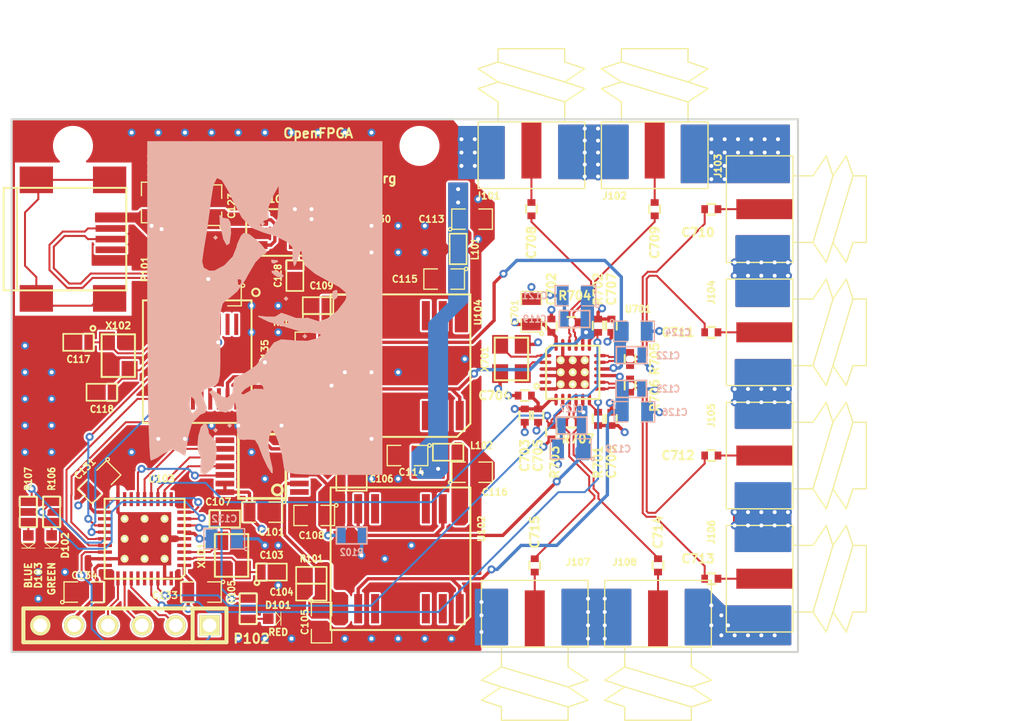
<source format=kicad_pcb>
(kicad_pcb (version 20221018) (generator pcbnew)
  (layers (0 "F.Cu" signal) (1 "In1.Cu" signal) (2 "In2.Cu" signal) (31 "B.Cu" signal) (34 "B.Paste" user) (35 "F.Paste" user) (36 "B.SilkS" user "B.Silkscreen") (37 "F.SilkS" user "F.Silkscreen") (38 "B.Mask" user) (39 "F.Mask" user) (44 "Edge.Cuts" user))
  (net 0 "")
  (net 1 "GND")
  (net 2 "+3V3")
  (net 3 "Net-(C103-Pad1)")
  (net 4 "/DAC0")
  (net 5 "/DAC1")
  (net 6 "Net-(C107-Pad1)")
  (net 7 "/DAC2")
  (net 8 "/DAC3")
  (net 9 "+5V")
  (net 10 "/PSU23")
  (net 11 "/PSU01")
  (net 12 "Net-(C117-Pad1)")
  (net 13 "Net-(C118-Pad1)")
  (net 14 "/VddO0")
  (net 15 "/VddO1")
  (net 16 "/VddO2")
  (net 17 "/VddO3")
  (net 18 "/SI5338/clk0_1_P")
  (net 19 "/SI5338/CLK0_P")
  (net 20 "/SI5338/clk0_1_N")
  (net 21 "/SI5338/CLK0_N")
  (net 22 "/SI5338/clk1_1_P")
  (net 23 "/SI5338/CLK1_P")
  (net 24 "/SI5338/clk1_1_N")
  (net 25 "/SI5338/CLK1_N")
  (net 26 "/SI5338/clk2_1_P")
  (net 27 "/SI5338/CLK2_P")
  (net 28 "/SI5338/clk2_1_N")
  (net 29 "/SI5338/CLK2_N")
  (net 30 "/SI5338/clk3_1_P")
  (net 31 "/SI5338/CLK3_N")
  (net 32 "/SI5338/clk3_1_N")
  (net 33 "/SI5338/CLK3_P")
  (net 34 "/SCL")
  (net 35 "/SDA")
  (net 36 "/5338_INT")
  (net 37 "Net-(U103-Pad4)")
  (net 38 "Net-(U103-Pad10)")
  (net 39 "/CS_DAC")
  (net 40 "/SCK_DAC")
  (net 41 "/MOSI_DAC")
  (net 42 "/CLR_DAC")
  (net 43 "Net-(U103-Pad16)")
  (net 44 "Net-(U103-Pad17)")
  (net 45 "Net-(U103-Pad20)")
  (net 46 "/US1_TX")
  (net 47 "/US1_RX")
  (net 48 "/US1_CTS")
  (net 49 "/US1_RTS")
  (net 50 "Net-(U103-Pad31)")
  (net 51 "Net-(U103-Pad32)")
  (net 52 "Net-(U701-Pad1)")
  (net 53 "Net-(U701-Pad2)")
  (net 54 "Net-(U701-Pad5)")
  (net 55 "/D_N")
  (net 56 "/D_P")
  (net 57 "Net-(P101-Pad4)")
  (net 58 "Net-(U101-Pad1)")
  (net 59 "Net-(U101-Pad8)")
  (net 60 "Net-(U102-Pad3)")
  (net 61 "Net-(U102-Pad6)")
  (net 62 "Net-(U104-Pad3)")
  (net 63 "Net-(U104-Pad6)")
  (net 64 "Net-(U105-Pad20)")
  (net 65 "Net-(U105-Pad1)")
  (net 66 "Net-(U105-Pad2)")
  (net 67 "Net-(U105-Pad18)")
  (net 68 "Net-(U105-Pad17)")
  (net 69 "Net-(U105-Pad15)")
  (net 70 "Net-(U105-Pad14)")
  (net 71 "Net-(U105-Pad13)")
  (net 72 "Net-(U105-Pad12)")
  (net 73 "Net-(U102-Pad15)")
  (net 74 "Net-(U102-Pad14)")
  (net 75 "Net-(U102-Pad11)")
  (net 76 "Net-(U104-Pad15)")
  (net 77 "Net-(U104-Pad14)")
  (net 78 "Net-(U104-Pad11)")
  (net 79 "Net-(R105-Pad1)")
  (net 80 "Net-(R106-Pad1)")
  (net 81 "Net-(R107-Pad1)")
  (net 82 "/TMS")
  (net 83 "/TCK")
  (net 84 "/TDI")
  (net 85 "/TDO")
  (net 86 "Net-(D101-PadA)")
  (net 87 "Net-(D102-PadA)")
  (net 88 "Net-(D103-PadA)")
  (net 89 "/5V01")
  (net 90 "/L_N")
  (net 91 "Net-(P101-Pad6)")
  (footprint "QFN:QFN36_6x6_0.5mm" (layer "F.Cu") (at 148.975 116.5 180)
    (fp_text reference "U103")
    (fp_text value "STM32F103TB-QFN36")
  )
  (footprint "QFN:QFN24_4x4_9vias" (layer "F.Cu") (at 181.1 104)
    (fp_text reference "U701")
    (fp_text value "Si5338")
  )
  (footprint "Xtal_SMD:xtal_3.2x2.5" (layer "F.Cu") (at 176.5 103 90)
    (fp_text reference "X701")
    (fp_text value "25MHz" hide)
  )
  (footprint "Connectors:USB_Mini-B" (layer "F.Cu") (at 143 94)
    (fp_text reference "P101")
    (fp_text value "USB_OTG")
  )
  (footprint "SSOP:SSOP14" (layer "F.Cu") (at 157.794 111.0569 90)
    (fp_text reference "U101")
    (fp_text value "MAX5713/4/5-TSSOP14" hide)
  )
  (footprint "SOIC:SOIC-16-10.3x7.5" (layer "F.Cu") (at 168.175 118 180)
    (fp_text reference "U102")
    (fp_text value "TCA0372BDW-SOIC16")
  )
  (footprint "SOIC:SOIC-16-10.3x7.5" (layer "F.Cu") (at 168.175 103.5 180)
    (fp_text reference "U104")
    (fp_text value "TCA0372BDW-SOIC16")
  )
  (footprint "SSOP:SSOP-20" (layer "F.Cu") (at 152.925 103.2 180)
    (fp_text reference "U105")
    (fp_text value "CH340T-SSOP20")
  )
  (footprint "Xtal_SMD:xtal_3.2x2.5" (layer "F.Cu") (at 155.5 117.75 90)
    (fp_text reference "X101")
    (fp_text value "8MHz" hide)
  )
  (footprint "Xtal_SMD:xtal_3.2x2.5" (layer "F.Cu") (at 147 102.75 -90)
    (fp_text reference "X102")
    (fp_text value "12MHz" hide)
  )
  (footprint "Connectors_254mm:pin_array_6x1" (layer "F.Cu") (at 147.5 123 180)
    (fp_text reference "P102")
    (fp_text value "CONN_01X06" hide)
  )
  (footprint "General_SMD:SM0805" (layer "F.Cu") (at 157.7975 114.5 180)
    (fp_text reference "C101")
    (fp_text value "100n" hide)
  )
  (footprint "General_SMD:SM0805" (layer "F.Cu") (at 160.5 107.0475 -90)
    (fp_text reference "C102")
    (fp_text value "100n" hide)
  )
  (footprint "General_SMD:SM0603" (layer "F.Cu") (at 158.5 119)
    (fp_text reference "C103")
    (fp_text value "10p" hide)
  )
  (footprint "General_SMD:SM0603" (layer "F.Cu") (at 161.488 120.5 180)
    (fp_text reference "C104")
    (fp_text value "CAP_0603" hide)
  )
  (footprint "General_SMD:SM0805" (layer "F.Cu") (at 162.25 122.7975 -90)
    (fp_text reference "C105")
    (fp_text value "CAP_0805" hide)
  )
  (footprint "General_SMD:SM0603" (layer "F.Cu") (at 164.5 112.25)
    (fp_text reference "C106")
    (fp_text value "CAP_0603" hide)
  )
  (footprint "General_SMD:SM0603" (layer "F.Cu") (at 154.988 115)
    (fp_text reference "C107")
    (fp_text value "10p" hide)
  )
  (footprint "General_SMD:SM0805" (layer "F.Cu") (at 161.7025 114.75 180)
    (fp_text reference "C108")
    (fp_text value "CAP_0805" hide)
  )
  (footprint "General_SMD:SM0603" (layer "F.Cu") (at 161.988 99 180)
    (fp_text reference "C109")
    (fp_text value "CAP_0603" hide)
  )
  (footprint "General_SMD:SM0805" (layer "F.Cu") (at 161.7975 101.75 180)
    (fp_text reference "C110")
    (fp_text value "CAP_0805" hide)
  )
  (footprint "General_SMD:SM0603" (layer "F.Cu") (at 162.5 106.738 90)
    (fp_text reference "C111")
    (fp_text value "CAP_0603" hide)
  )
  (footprint "General_SMD:SM0805" (layer "F.Cu") (at 164.7975 110.75)
    (fp_text reference "C112")
    (fp_text value "CAP_0805" hide)
  )
  (footprint "General_SMD:SM0805" (layer "F.Cu") (at 173.5475 92.5)
    (fp_text reference "C113")
    (fp_text value "1u" hide)
  )
  (footprint "General_SMD:SM0805" (layer "F.Cu") (at 168.7025 110.25 180)
    (fp_text reference "C114")
    (fp_text value "1u" hide)
  )
  (footprint "General_SMD:SM0805" (layer "F.Cu") (at 171.4525 97 180)
    (fp_text reference "C115")
    (fp_text value "1u" hide)
  )
  (footprint "General_SMD:SM0805" (layer "F.Cu") (at 173.5475 111.5)
    (fp_text reference "C116")
    (fp_text value "1u" hide)
  )
  (footprint "General_SMD:SM0603" (layer "F.Cu") (at 144.012 101.75 180)
    (fp_text reference "C117")
    (fp_text value "10p" hide)
  )
  (footprint "General_SMD:SM0603" (layer "F.Cu") (at 145.762 105.5 180)
    (fp_text reference "C118")
    (fp_text value "10p" hide)
  )
  (footprint "General_SMD:SM0805" (layer "F.Cu") (at 149.5 91.25 90)
    (fp_text reference "C120")
    (fp_text value "1u" hide)
  )
  (footprint "General_SMD:SM0805" (layer "F.Cu") (at 154 91.4525 90)
    (fp_text reference "C123")
    (fp_text value "1u" hide)
  )
  (footprint "General_SMD:SM0603" (layer "F.Cu") (at 160.25 96.75 90)
    (fp_text reference "C128")
    (fp_text value "10n" hide)
  )
  (footprint "General_SMD:SM0805" (layer "F.Cu") (at 163.5475 92.5 180)
    (fp_text reference "C130")
    (fp_text value "1u" hide)
  )
  (footprint "General_SMD:SM0805" (layer "F.Cu") (at 178 99.4525 90)
    (fp_text reference "C701")
    (fp_text value "10uF" hide)
  )
  (footprint "General_SMD:SM0402" (layer "F.Cu") (at 179.5 100.5 90)
    (fp_text reference "C702")
    (fp_text value "0.1u" hide)
  )
  (footprint "General_SMD:SM0402" (layer "F.Cu") (at 177.5 107.25 -90)
    (fp_text reference "C703")
    (fp_text value "0.1u" hide)
  )
  (footprint "General_SMD:SM0402" (layer "F.Cu") (at 177.5 105.75 180)
    (fp_text reference "C704")
    (fp_text value "0.1u" hide)
  )
  (footprint "General_SMD:SM0402" (layer "F.Cu") (at 178.5 107.25 -90)
    (fp_text reference "C705")
    (fp_text value "0.1u" hide)
  )
  (footprint "General_SMD:SM0402" (layer "F.Cu") (at 184 107.5 90)
    (fp_text reference "C706")
    (fp_text value "0.1u" hide)
  )
  (footprint "General_SMD:SM0402" (layer "F.Cu") (at 184 100.5 -90)
    (fp_text reference "C707")
    (fp_text value "0.1u" hide)
  )
  (footprint "General_SMD:SM0402" (layer "F.Cu") (at 178 91.75 90)
    (fp_text reference "C708")
    (fp_text value "0.1u" hide)
  )
  (footprint "General_SMD:SM0402" (layer "F.Cu") (at 187.25 91.75 90)
    (fp_text reference "C709")
    (fp_text value "0.1u" hide)
  )
  (footprint "General_SMD:SM0402" (layer "F.Cu") (at 191.5 91.75)
    (fp_text reference "C710")
    (fp_text value "0.1u" hide)
  )
  (footprint "General_SMD:SM0402" (layer "F.Cu") (at 191.5 101)
    (fp_text reference "C711")
    (fp_text value "0.1u" hide)
  )
  (footprint "General_SMD:SM0402" (layer "F.Cu") (at 191.5 110.25)
    (fp_text reference "C712")
    (fp_text value "0.1u" hide)
  )
  (footprint "General_SMD:SM0402" (layer "F.Cu") (at 191.5 119.5)
    (fp_text reference "C713")
    (fp_text value "0.1u" hide)
  )
  (footprint "General_SMD:SM0402" (layer "F.Cu") (at 187.5 118.5 -90)
    (fp_text reference "C714")
    (fp_text value "0.1u" hide)
  )
  (footprint "General_SMD:SM0402" (layer "F.Cu") (at 178.25 118.5 -90)
    (fp_text reference "C715")
    (fp_text value "0.1u" hide)
  )
  (footprint "General_SMD:SM0603" (layer "F.Cu") (at 172.5 94.738 -90)
    (fp_text reference "L101")
    (fp_text value "IND_0603" hide)
  )
  (footprint "General_SMD:SM0603" (layer "F.Cu") (at 171.75 110)
    (fp_text reference "L102")
    (fp_text value "IND_0603" hide)
  )
  (footprint "General_SMD:SM0603" (layer "F.Cu") (at 151.738 92.5)
    (fp_text reference "L103")
    (fp_text value "IND_0603" hide)
  )
  (footprint "General_SMD:SM0603" (layer "F.Cu") (at 161.488 119.25 180)
    (fp_text reference "R101")
    (fp_text value "1M" hide)
  )
  (footprint "General_SMD:SM0603" (layer "F.Cu") (at 162 100.25 180)
    (fp_text reference "R103")
    (fp_text value "1M" hide)
  )
  (footprint "General_SMD:SM0603" (layer "F.Cu") (at 164.512 109.25)
    (fp_text reference "R104")
    (fp_text value "1M" hide)
  )
  (footprint "General_SMD:SM0603" (layer "F.Cu") (at 156.75 121.75 -90)
    (fp_text reference "R105")
    (fp_text value "RES_0603" hide)
  )
  (footprint "General_SMD:SM0603" (layer "F.Cu") (at 142 114.488 -90)
    (fp_text reference "R106")
    (fp_text value "RES_0603" hide)
  )
  (footprint "General_SMD:SM0603" (layer "F.Cu") (at 140.25 114.488 -90)
    (fp_text reference "R107")
    (fp_text value "RES_0603" hide)
  )
  (footprint "General_SMD:SM0402" (layer "F.Cu") (at 183 107.5 90)
    (fp_text reference "R701")
    (fp_text value "10k" hide)
  )
  (footprint "General_SMD:SM0402" (layer "F.Cu") (at 183 100.5 -90)
    (fp_text reference "R702")
    (fp_text value "10k" hide)
  )
  (footprint "General_SMD:SM0402" (layer "F.Cu") (at 179.5 108.5 90)
    (fp_text reference "R703")
    (fp_text value "4.7k" hide)
  )
  (footprint "General_SMD:SM0402" (layer "F.Cu") (at 181 100.25)
    (fp_text reference "R704")
    (fp_text value "100" hide)
  )
  (footprint "General_SMD:SM0402" (layer "F.Cu") (at 185.4 103 -90)
    (fp_text reference "R705")
    (fp_text value "100" hide)
  )
  (footprint "General_SMD:SM0402" (layer "F.Cu") (at 185.4 105 -90)
    (fp_text reference "R706")
    (fp_text value "100" hide)
  )
  (footprint "General_SMD:SM0402" (layer "F.Cu") (at 181 107.75 180)
    (fp_text reference "R707")
    (fp_text value "100" hide)
  )
  (footprint "General_SMD:LED-0603" (layer "F.Cu") (at 159.0007 122.5)
    (fp_text reference "D101")
    (fp_text value "RED")
  )
  (footprint "General_SMD:LED-0603" (layer "F.Cu") (at 142 117 -90)
    (fp_text reference "D102")
    (fp_text value "GREEN")
  )
  (footprint "General_SMD:LED-0603" (layer "F.Cu") (at 140.25 117 -90)
    (fp_text reference "D103")
    (fp_text value "BLUE")
  )
  (footprint "General_SMD:SM0805" (layer "F.Cu") (at 145.576481 112.25 -135)
    (fp_text reference "C131")
    (fp_text value "100n" hide)
  )
  (footprint "General_SMD:SM0805" (layer "F.Cu") (at 153.2025 120.5 180)
    (fp_text reference "C133")
    (fp_text value "100n" hide)
  )
  (footprint "General_SMD:SM0805" (layer "F.Cu") (at 144.4525 120.5)
    (fp_text reference "C134")
    (fp_text value "100n" hide)
  )
  (footprint "General_SMD:SM0805" (layer "F.Cu") (at 158 105.2975 90)
    (fp_text reference "C135")
    (fp_text value "100n" hide)
  )
  (footprint "General_SMD:SM0805" (layer "F.Cu") (at 154.7025 98.25 180)
    (fp_text reference "C136")
    (fp_text value "100n" hide)
  )
  (footprint "SOT:SOT23-5" (layer "F.Cu") (at 159 93.5 -90)
    (fp_text reference "U106")
    (fp_text value "REG113-XX-SOT23")
  )
  (footprint "Connectors_RF:SMA_AMP_132322" (layer "F.Cu") (at 178 85.2)
    (fp_text reference "J101")
    (fp_text value "SMA_PCB")
  )
  (footprint "Connectors_RF:SMA_AMP_132322" (layer "F.Cu") (at 187.25 85.2)
    (fp_text reference "J102")
    (fp_text value "SMA_PCB")
  )
  (footprint "Connectors_RF:SMA_AMP_132322" (layer "F.Cu") (at 197.625 91.75 -90)
    (fp_text reference "J103")
    (fp_text value "SMA_PCB")
  )
  (footprint "Connectors_RF:SMA_AMP_132322" (layer "F.Cu") (at 197.625 101 -90)
    (fp_text reference "J104")
    (fp_text value "SMA_PCB")
  )
  (footprint "Connectors_RF:SMA_AMP_132322" (layer "F.Cu") (at 197.625 110.25 -90)
    (fp_text reference "J105")
    (fp_text value "SMA_PCB")
  )
  (footprint "Connectors_RF:SMA_AMP_132322" (layer "F.Cu") (at 197.625 119.5 -90)
    (fp_text reference "J106")
    (fp_text value "SMA_PCB")
  )
  (footprint "Connectors_RF:SMA_AMP_132322" (layer "F.Cu") (at 178.25 124.625 180)
    (fp_text reference "J107")
    (fp_text value "SMA_PCB")
  )
  (footprint "Connectors_RF:SMA_AMP_132322" (layer "F.Cu") (at 187.5 124.625 180)
    (fp_text reference "J108")
    (fp_text value "SMA_PCB")
  )
  (footprint "Mounting_Holes:2.5mm_non_plated" (layer "F.Cu") (at 169.6 87)
    (fp_text reference "REF**" hide)
    (fp_text value "2.5mm_non_plated" hide)
  )
  (footprint "Mounting_Holes:2.5mm_non_plated" (layer "F.Cu") (at 143.6 87)
    (fp_text reference "REF**" hide)
    (fp_text value "2.5mm_non_plated" hide)
  )
  (footprint "General_SMD:SM0603" (layer "B.Cu") (at 181.238 100 180)
    (fp_text reference "C119")
    (fp_text value "CAP_0603" hide)
  )
  (footprint "General_SMD:SM0805" (layer "B.Cu") (at 181.2975 98.25 180)
    (fp_text reference "C121")
    (fp_text value "CAP_0805" hide)
  )
  (footprint "General_SMD:SM0603" (layer "B.Cu") (at 185.512 102.709216)
    (fp_text reference "C122")
    (fp_text value "CAP_0603" hide)
  )
  (footprint "General_SMD:SM0805" (layer "B.Cu") (at 185.698553 100.917685)
    (fp_text reference "C124")
    (fp_text value "CAP_0805" hide)
  )
  (footprint "General_SMD:SM0603" (layer "B.Cu") (at 185.488 105.25)
    (fp_text reference "C125")
    (fp_text value "CAP_0603" hide)
  )
  (footprint "General_SMD:SM0805" (layer "B.Cu") (at 185.728553 106.962127)
    (fp_text reference "C126")
    (fp_text value "CAP_0805" hide)
  )
  (footprint "General_SMD:SM0603" (layer "B.Cu") (at 181.012 108 180)
    (fp_text reference "C127")
    (fp_text value "CAP_0603" hide)
  )
  (footprint "General_SMD:SM0805" (layer "B.Cu") (at 180.9525 109.75 180)
    (fp_text reference "C129")
    (fp_text value "CAP_0805" hide)
  )
  (footprint "General_SMD:SM0603" (layer "B.Cu") (at 164.512 116.25)
    (fp_text reference "R102")
    (fp_text value "1M" hide)
  )
  (footprint "General_SMD:SM0805" (layer "B.Cu") (at 154.9525 116.5 180)
    (fp_text reference "C132")
    (fp_text value "100n" hide)
  )
  (footprint "Img:malinois" (layer "B.Cu") (at 158 99 180)
    (fp_text reference "G***" hide)
    (fp_text value "LOGO" hide)
  )
  (gr_line (start 198 125) (end 198 85) (stroke (width 0.15)) (layer "Edge.Cuts"))
  (gr_line (start 198 85) (end 139 85) (stroke (width 0.15)) (layer "Edge.Cuts"))
  (gr_line (start 139 85) (end 139 125) (stroke (width 0.15)) (layer "Edge.Cuts"))
  (gr_line (start 139 125) (end 198 125) (stroke (width 0.15)) (layer "Edge.Cuts"))
  (gr_text "OpenFPGA\nMeta Tester\nnats`\nnats@more-magic.org" (at 162 87.75) (layer "F.SilkS") (effects (font (size 0.7 0.7))))
  (segment (start 159.262 117.262) (end 159 117) (width 0.25) (layer "F.Cu") (net 1))
  (segment (start 141.15 123) (end 141.15 121.15) (width 0.25) (layer "F.Cu") (net 1))
  (segment (start 166 104) (end 168 104) (width 0.25) (layer "F.Cu") (net 1))
  (segment (start 142 110) (end 142 108) (width 0.25) (layer "F.Cu") (net 1))
  (segment (start 158 112) (end 158 111) (width 0.25) (layer "F.Cu") (net 1))
  (segment (start 184 107) (end 184 106.418449) (width 0.25) (layer "F.Cu") (net 1))
  (segment (start 179.95 104.25) (end 180.2 104) (width 0.25) (layer "F.Cu") (net 1))
  (segment (start 170 95) (end 168 95) (width 0.25) (layer "F.Cu") (net 1))
  (segment (start 196.25 115.5) (end 195.25 115.5) (width 0.25) (layer "F.Cu") (net 1))
  (segment (start 177.5 107.75) (end 177.5 108.5) (width 0.25) (layer "F.Cu") (net 1))
  (segment (start 182 87.5) (end 183 87.5) (width 0.25) (layer "F.Cu") (net 1))
  (segment (start 174.25 122.25) (end 174.25 121.25) (width 0.25) (layer "F.Cu") (net 1))
  (segment (start 141 119) (end 143 119) (width 0.25) (layer "F.Cu") (net 1))
  (segment (start 152 109) (end 153 109) (width 0.25) (layer "F.Cu") (net 1))
  (segment (start 191.5 87.5) (end 191.5 86.5) (width 0.25) (layer "F.Cu") (net 1))
  (segment (start 170 93) (end 170 95) (width 0.25) (layer "F.Cu") (net 1))
  (segment (start 197.25 105.25) (end 197.25 106.25) (width 0.25) (layer "F.Cu") (net 1))
  (segment (start 159 101) (end 157 101) (width 0.25) (layer "F.Cu") (net 1))
  (segment (start 168 104) (end 172 104) (width 0.25) (layer "F.Cu") (net 1))
  (segment (start 192.25 123.75) (end 191.5 123) (width 0.25) (layer "F.Cu") (net 1))
  (segment (start 175.65 104.1) (end 175.65 105.1) (width 0.25) (layer "F.Cu") (net 1))
  (segment (start 184 106.418449) (end 183.881551 106.3) (width 0.25) (layer "F.Cu") (net 1))
  (segment (start 164 104) (end 166 104) (width 0.25) (layer "F.Cu") (net 1))
  (segment (start 165.5 92.5) (end 166 93) (width 0.25) (layer "F.Cu") (net 1))
  (segment (start 160.726 120.5) (end 159.5 120.5) (width 0.25) (layer "F.Cu") (net 1))
  (segment (start 195.35 94.52) (end 195.35 95.65) (width 0.25) (layer "F.Cu") (net 1))
  (segment (start 174.5 93.5) (end 174 94) (width 0.25) (layer "F.Cu") (net 1))
  (segment (start 172.75 88.5) (end 173.75 88.5) (width 0.25) (layer "F.Cu") (net 1))
  (segment (start 159.5 120.5) (end 159 120) (width 0.25) (layer "F.Cu") (net 1))
  (segment (start 170 124) (end 168 124) (width 0.25) (layer "F.Cu") (net 1))
  (segment (start 195.35 95.65) (end 195.25 95.75) (width 0.25) (layer "F.Cu") (net 1))
  (segment (start 166.75 117.75) (end 167 118) (width 0.25) (layer "F.Cu") (net 1))
  (segment (start 178.35 101.9) (end 178.5 101.75) (width 0.25) (layer "F.Cu") (net 1))
  (segment (start 163 105) (end 164 104) (width 0.25) (layer "F.Cu") (net 1))
  (segment (start 194.25 123.75) (end 193.25 123.75) (width 0.25) (layer "F.Cu") (net 1))
  (segment (start 159.262 119) (end 159.262 117.262) (width 0.25) (layer "F.Cu") (net 1))
  (segment (start 150 109) (end 152 109) (width 0.25) (layer "F.Cu") (net 1))
  (segment (start 158 86) (end 160 86) (width 0.25) (layer "F.Cu") (net 1))
  (segment (start 156 86) (end 158 86) (width 0.25) (layer "F.Cu") (net 1))
  (segment (start 192.5 88.5) (end 191.5 88.5) (width 0.25) (layer "F.Cu") (net 1))
  (segment (start 160.25 123.75) (end 160 124) (width 0.25) (layer "F.Cu") (net 1))
  (segment (start 150 86) (end 152 86) (width 0.25) (layer "F.Cu") (net 1))
  (segment (start 140 108) (end 140 110) (width 0.25) (layer "F.Cu") (net 1))
  (segment (start 183 89.3) (end 182 89.3) (width 0.25) (layer "F.Cu") (net 1))
  (segment (start 172.75 86.5) (end 172.75 87.5) (width 0.25) (layer "F.Cu") (net 1))
  (segment (start 182 85.7) (end 183 85.7) (width 0.25) (layer "F.Cu") (net 1))
  (segment (start 182 88.4) (end 183 88.4) (width 0.25) (layer "F.Cu") (net 1))
  (segment (start 179.5 100) (end 179.5 99.3) (width 0.25) (layer "F.Cu") (net 1))
  (segment (start 178 98.5) (end 178 97.6) (width 0.25) (layer "F.Cu") (net 1))
  (segment (start 179.85 105.25) (end 180.2 104.9) (width 0.25) (layer "F.Cu") (net 1))
  (segment (start 160 86) (end 162 86) (width 0.25) (layer "F.Cu") (net 1))
  (segment (start 181.9 122.35) (end 182.25 122) (width 0.25) (layer "F.Cu") (net 1))
  (segment (start 179.95 103.75) (end 180.2 104) (width 0.25) (layer "F.Cu") (net 1))
  (segment (start 181.02 122.35) (end 181.9 122.35) (width 0.25) (layer "F.Cu") (net 1))
  (segment (start 146.975 114.5) (end 147.475 115) (width 0.25) (layer "F.Cu") (net 1))
  (segment (start 148 86) (end 150 86) (width 0.25) (layer "F.Cu") (net 1))
  (segment (start 166 124) (end 164 124) (width 0.25) (layer "F.Cu") (net 1))
  (segment (start 140.25 101.75) (end 140 102) (width 0.25) (layer "F.Cu") (net 1))
  (segment (start 162.5 105.976) (end 162.5 105.5) (width 0.25) (layer "F.Cu") (net 1))
  (segment (start 168 124) (end 166 124) (width 0.25) (layer "F.Cu") (net 1))
  (segment (start 151.95 116.5) (end 150.475 116.5) (width 0.25) (layer "F.Cu") (net 1))
  (segment (start 195.5 87.5) (end 194.5 87.5) (width 0.25) (layer "F.Cu") (net 1))
  (segment (start 164.5 92.5) (end 165.5 92.5) (width 0.25) (layer "F.Cu") (net 1))
  (segment (start 148 110) (end 149 110) (width 0.25) (layer "F.Cu") (net 1))
  (segment (start 153 109) (end 154 108) (width 0.25) (layer "F.Cu") (net 1))
  (segment (start 193.5 87.5) (end 192.5 87.5) (width 0.25) (layer "F.Cu") (net 1))
  (segment (start 179.05 104.25) (end 179.95 104.25) (width 0.25) (layer "F.Cu") (net 1))
  (segment (start 157 99) (end 159 99) (width 0.25) (layer "F.Cu") (net 1))
  (segment (start 158.75 114.5) (end 158.75 112.75) (width 0.25) (layer "F.Cu") (net 1))
  (segment (start 158 111) (end 157 110) (width 0.25) (layer "F.Cu") (net 1))
  (segment (start 154 86) (end 156 86) (width 0.25) (layer "F.Cu") (net 1))
  (segment (start 177 105.75) (end 176.25 105.75) (width 0.25) (layer "F.Cu") (net 1))
  (segment (start 191.5 89.5) (end 192.5 89.5) (width 0.25) (layer "F.Cu") (net 1))
  (segment (start 168 93) (end 170 93) (width 0.25) (layer "F.Cu") (net 1))
  (segment (start 196.25 95.75) (end 197.25 95.75) (width 0.25) (layer "F.Cu") (net 1))
  (segment (start 168 112) (end 166 112) (width 0.25) (layer "F.Cu") (net 1))
  (segment (start 162.5 105.5) (end 163 105) (width 0.25) (layer "F.Cu") (net 1))
  (segment (start 192.75 122.75) (end 192.25 122.25) (width 0.25) (layer "F.Cu") (net 1))
  (segment (start 194.25 115.5) (end 194.25 114.5) (width 0.25) (layer "F.Cu") (net 1))
  (segment (start 140 110) (end 142 110) (width 0.25) (layer "F.Cu") (net 1))
  (segment (start 157 109) (end 156 108) (width 0.25) (layer "F.Cu") (net 1))
  (segment (start 192.5 86.5) (end 193.5 86.5) (width 0.25) (layer "F.Cu") (net 1))
  (segment (start 195.25 105.25) (end 196.25 105.25) (width 0.25) (layer "F.Cu") (net 1))
  (segment (start 165.25 117.75) (end 166.75 117.75) (width 0.25) (layer "F.Cu") (net 1))
  (segment (start 167.75 111.75) (end 168 112) (width 0.25) (layer "F.Cu") (net 1))
  (segment (start 194.25 105.25) (end 193.25 105.25) (width 0.25) (layer "F.Cu") (net 1))
  (segment (start 162 86) (end 164 86) (width 0.25) (layer "F.Cu") (net 1))
  (segment (start 158 124) (end 156 124) (width 0.25) (layer "F.Cu") (net 1))
  (segment (start 195.35 122.27) (end 195.35 123.65) (width 0.25) (layer "F.Cu") (net 1))
  (segment (start 142 108) (end 142 106) (width 0.25) (layer "F.Cu") (net 1))
  (segment (start 161.238 100.25) (end 159.75 100.25) (width 0.25) (layer "F.Cu") (net 1))
  (segment (start 140 102) (end 140 104) (width 0.25) (layer "F.Cu") (net 1))
  (segment (start 146.975 113.525) (end 146.975 114.5) (width 0.25) (layer "F.Cu") (net 1))
  (segment (start 146.25 111.576481) (end 146.423519 111.576481) (width 0.25) (layer "F.Cu") (net 1))
  (segment (start 141.15 121.15) (end 141 121) (width 0.25) (layer "F.Cu") (net 1))
  (segment (start 196.5 86.5) (end 196.5 87.5) (width 0.25) (layer "F.Cu") (net 1))
  (segment (start 195.35 123.65) (end 195.25 123.75) (width 0.25) (layer "F.Cu") (net 1))
  (segment (start 146 118) (end 147.475 118) (width 0.25) (layer "F.Cu") (net 1))
  (segment (start 177.35 101.9) (end 178.35 101.9) (width 0.25) (layer "F.Cu") (net 1))
  (segment (start 195.25 106.25) (end 194.25 106.25) (width 0.25) (layer "F.Cu") (net 1))
  (segment (start 173.75 87.5) (end 173.75 86.5) (width 0.25) (layer "F.Cu") (net 1))
  (segment (start 164 86) (end 166 86) (width 0.25) (layer "F.Cu") (net 1))
  (segment (start 174.5 92.5) (end 174.5 93.5) (width 0.25) (layer "F.Cu") (net 1))
  (segment (start 180.35 101.95) (end 180.35 102.95) (width 0.25) (layer "F.Cu") (net 1))
  (segment (start 172.5 123.5) (end 172 124) (width 0.25) (layer "F.Cu") (net 1))
  (segment (start 149.5 87.5) (end 148 86) (width 0.25) (layer "F.Cu") (net 1))
  (segment (start 150.975 119.475) (end 150.475 119.475) (width 0.25) (layer "F.Cu") (net 1))
  (segment (start 141 121) (end 141 119) (width 0.25) (layer "F.Cu") (net 1))
  (segment (start 146.423519 111.576481) (end 148 110) (width 0.25) (layer "F.Cu") (net 1))
  (segment (start 140 106) (end 140 108) (width 0.25) (layer "F.Cu") (net 1))
  (segment (start 197.25 96.75) (end 196.25 96.75) (width 0.25) (layer "F.Cu") (net 1))
  (segment (start 193.25 114.5) (end 193.25 115.5) (width 0.25) (layer "F.Cu") (net 1))
  (segment (start 174.25 123.5) (end 172.5 123.5) (width 0.25) (layer "F.Cu") (net 1))
  (segment (start 152 86) (end 154 86) (width 0.25) (layer "F.Cu") (net 1))
  (segment (start 172 104) (end 173 103) (width 0.25) (layer "F.Cu") (net 1))
  (segment (start 149.5 90.2975) (end 149.5 87.5) (width 0.25) (layer "F.Cu") (net 1))
  (segment (start 157 110) (end 157 109) (width 0.25) (layer "F.Cu") (net 1))
  (segment (start 178.5 107.75) (end 178.5 108.257522) (width 0.25) (layer "F.Cu") (net 1))
  (segment (start 149 110) (end 150 109) (width 0.25) (layer "F.Cu") (net 1))
  (segment (start 162.25 123.75) (end 160.25 123.75) (width 0.25) (layer "F.Cu") (net 1))
  (segment (start 167 118) (end 168 118) (width 0.25) (layer "F.Cu") (net 1))
  (segment (start 160 124) (end 158 124) (width 0.25) (layer "F.Cu") (net 1))
  (segment (start 158.75 112.75) (end 158 112) (width 0.25) (layer "F.Cu") (net 1))
  (segment (start 157 101) (end 157 99) (width 0.25) (layer "F.Cu") (net 1))
  (segment (start 184 101.4) (end 183.7 101.7) (width 0.25) (layer "F.Cu") (net 1))
  (segment (start 180.35 102.95) (end 180.2 103.1) (width 0.25) (layer "F.Cu") (net 1))
  (segment (start 197.25 114.5) (end 197.25 115.5) (width 0.25) (layer "F.Cu") (net 1))
  (segment (start 172 124) (end 170 124) (width 0.25) (layer "F.Cu") (net 1))
  (segment (start 142 106) (end 142 104) (width 0.25) (layer "F.Cu") (net 1))
  (segment (start 179.05 105.25) (end 179.85 105.25) (width 0.25) (layer "F.Cu") (net 1))
  (segment (start 195.25 114.5) (end 196.25 114.5) (width 0.25) (layer "F.Cu") (net 1))
  (segment (start 194.25 95.75) (end 193.25 95.75) (width 0.25) (layer "F.Cu") (net 1))
  (segment (start 195.25 96.75) (end 194.25 96.75) (width 0.25) (layer "F.Cu") (net 1))
  (segment (start 167.75 110.25) (end 167.75 111.75) (width 0.25) (layer "F.Cu") (net 1))
  (segment (start 140 104) (end 140 106) (width 0.25) (layer "F.Cu") (net 1))
  (segment (start 166 93) (end 168 93) (width 0.25) (layer "F.Cu") (net 1))
  (segment (start 150.475 119.475) (end 150.475 118) (width 0.25) (layer "F.Cu") (net 1))
  (segment (start 178.5 108.257522) (end 178.378761 108.378761) (width 0.25) (layer "F.Cu") (net 1))
  (segment (start 182.25 121) (end 183.5 121) (width 0.25) (layer "F.Cu") (net 1))
  (segment (start 179.05 103.75) (end 179.95 103.75) (width 0.25) (layer "F.Cu") (net 1))
  (segment (start 174 94) (end 174 91) (width 0.25) (layer "F.Cu") (net 1))
  (segment (start 166 112) (end 166 109) (width 0.25) (layer "F.Cu") (net 1))
  (segment (start 192.75 123) (end 192.75 122.75) (width 0.25) (layer "F.Cu") (net 1))
  (segment (start 184 101) (end 184 101.4) (width 0.25) (layer "F.Cu") (net 1))
  (segment (start 182.25 123) (end 182.25 124) (width 0.25) (layer "F.Cu") (net 1))
  (segment (start 194.5 86.5) (end 195.5 86.5) (width 0.25) (layer "F.Cu") (net 1))
  (segment (start 175.65 105.1) (end 175.5 105.25) (width 0.25) (layer "F.Cu") (net 1))
  (segment (start 159.75 100.25) (end 159 101) (width 0.25) (layer "F.Cu") (net 1))
  (segment (start 143.25 101.75) (end 140.25 101.75) (width 0.25) (layer "F.Cu") (net 1))
  (segment (start 168 118) (end 169 117) (width 0.25) (layer "F.Cu") (net 1))
  (segment (start 183.5 122) (end 183.5 123) (width 0.25) (layer "F.Cu") (net 1))
  (segment (start 183 86.6) (end 182 86.6) (width 0.25) (layer "F.Cu") (net 1))
  (segment (start 168 95) (end 166 95) (width 0.25) (layer "F.Cu") (net 1))
  (via (at 168 112) (size 0.6) (drill 0.3) (layers "F.Cu" "B.Cu") (net 1))
  (via (at 183 88.4) (size 0.6) (drill 0.3) (layers "F.Cu" "B.Cu") (net 1))
  (via (at 183 85.7) (size 0.6) (drill 0.3) (layers "F.Cu" "B.Cu") (net 1))
  (via (at 141 121) (size 0.6) (drill 0.3) (layers "F.Cu" "B.Cu") (net 1))
  (via (at 175.5 105.25) (size 0.6) (drill 0.3) (layers "F.Cu" "B.Cu") (net 1))
  (via (at 195.25 123.75) (size 0.6) (drill 0.3) (layers "F.Cu" "B.Cu") (net 1))
  (via (at 140 104) (size 0.6) (drill 0.3) (layers "F.Cu" "B.Cu") (net 1))
  (via (at 191.5 89.5) (size 0.6) (drill 0.3) (layers "F.Cu" "B.Cu") (net 1))
  (via (at 196.25 114.5) (size 0.6) (drill 0.3) (layers "F.Cu" "B.Cu") (net 1))
  (via (at 156 124) (size 0.6) (drill 0.3) (layers "F.Cu" "B.Cu") (net 1))
  (via (at 182.25 124) (size 0.6) (drill 0.3) (layers "F.Cu" "B.Cu") (net 1))
  (via (at 197.25 105.25) (size 0.6) (drill 0.3) (layers "F.Cu" "B.Cu") (net 1))
  (via (at 195.25 115.5) (size 0.6) (drill 0.3) (layers "F.Cu" "B.Cu") (net 1))
  (via (at 194.25 115.5) (size 0.6) (drill 0.3) (layers "F.Cu" "B.Cu") (net 1))
  (via (at 174.25 121.25) (size 0.6) (drill 0.3) (layers "F.Cu" "B.Cu") (net 1))
  (via (at 152 86) (size 0.6) (drill 0.3) (layers "F.Cu" "B.Cu") (net 1))
  (via (at 180 110.9) (size 0.6) (drill 0.3) (layers "F.Cu" "B.Cu") (net 1))
  (via (at 156 108) (size 0.6) (drill 0.3) (layers "F.Cu" "B.Cu") (net 1))
  (via (at 191.5 88.5) (size 0.6) (drill 0.3) (layers "F.Cu" "B.Cu") (net 1))
  (via (at 196.25 106.25) (size 0.6) (drill 0.3) (layers "F.Cu" "B.Cu") (net 1))
  (via (at 168 124) (size 0.6) (drill 0.3) (layers "F.Cu" "B.Cu") (net 1))
  (via (at 192.25 123.75) (size 0.6) (drill 0.3) (layers "F.Cu" "B.Cu") (net 1))
  (via (at 194.5 86.5) (size 0.6) (drill 0.3) (layers "F.Cu" "B.Cu") (net 1))
  (via (at 183 87.5) (size 0.6) (drill 0.3) (layers "F.Cu" "B.Cu") (net 1))
  (via (at 143 119) (size 0.6) (drill 0.3) (layers "F.Cu" "B.Cu") (net 1))
  (via (at 197.25 115.5) (size 0.6) (drill 0.3) (layers "F.Cu" "B.Cu") (net 1))
  (via (at 182.25 123) (size 0.6) (drill 0.3) (layers "F.Cu" "B.Cu") (net 1))
  (via (at 169 117) (size 0.6) (drill 0.3) (layers "F.Cu" "B.Cu") (net 1))
  (via (at 187.6 100.9) (size 0.6) (drill 0.3) (layers "F.Cu" "B.Cu") (net 1))
  (via (at 196.25 105.25) (size 0.6) (drill 0.3) (layers "F.Cu" "B.Cu") (net 1))
  (via (at 158 124) (size 0.6) (drill 0.3) (layers "F.Cu" "B.Cu") (net 1))
  (via (at 182 85.7) (size 0.6) (drill 0.3) (layers "F.Cu" "B.Cu") (net 1))
  (via (at 148 110) (size 0.6) (drill 0.3) (layers "F.Cu" "B.Cu") (net 1))
  (via (at 142 108) (size 0.6) (drill 0.3) (layers "F.Cu" "B.Cu") (net 1))
  (via (at 193.5 86.5) (size 0.6) (drill 0.3) (layers "F.Cu" "B.Cu") (net 1))
  (via (at 195.5 87.5) (size 0.6) (drill 0.3) (layers "F.Cu" "B.Cu") (net 1))
  (via (at 195.25 95.75) (size 0.6) (drill 0.3) (layers "F.Cu" "B.Cu") (net 1))
  (via (at 172.75 87.5) (size 0.6) (drill 0.3) (layers "F.Cu" "B.Cu") (net 1))
  (via (at 192.5 86.5) (size 0.6) (drill 0.3) (layers "F.Cu" "B.Cu") (net 1))
  (via (at 193.25 95.75) (size 0.6) (drill 0.3) (layers "F.Cu" "B.Cu") (net 1))
  (via (at 193.25 105.25) (size 0.6) (drill 0.3) (layers "F.Cu" "B.Cu") (net 1))
  (via (at 192.5 88.5) (size 0.6) (drill 0.3) (layers "F.Cu" "B.Cu") (net 1))
  (via (at 194.5 87.5) (size 0.6) (drill 0.3) (layers "F.Cu" "B.Cu") (net 1))
  (via (at 173 103) (size 0.6) (drill 0.3) (layers "F.Cu" "B.Cu") (net 1))
  (via (at 172.75 86.5) (size 0.6) (drill 0.3) (layers "F.Cu" "B.Cu") (net 1))
  (via (at 162 86) (size 0.6) (drill 0.3) (layers "F.Cu" "B.Cu") (net 1))
  (via (at 174 94) (size 0.6) (drill 0.3) (layers "F.Cu" "B.Cu") (net 1))
  (via (at 158 112) (size 0.6) (drill 0.3) (layers "F.Cu" "B.Cu") (net 1))
  (via (at 183.5 123) (size 0.6) (drill 0.3) (layers "F.Cu" "B.Cu") (net 1))
  (via (at 186.9 103.7) (size 0.6) (drill 0.3) (layers "F.Cu" "B.Cu") (net 1))
  (via (at 173.75 87.5) (size 0.6) (drill 0.3) (layers "F.Cu" "B.Cu") (net 1))
  (via (at 195.25 106.25) (size 0.6) (drill 0.3) (layers "F.Cu" "B.Cu") (net 1))
  (via (at 152 109) (size 0.6) (drill 0.3) (layers "F.Cu" "B.Cu") (net 1))
  (via (at 159 120) (size 0.6) (drill 0.3) (layers "F.Cu" "B.Cu") (net 1))
  (via (at 194.25 105.25) (size 0.6) (drill 0.3) (layers "F.Cu" "B.Cu") (net 1))
  (via (at 194.25 106.25) (size 0.6) (drill 0.3) (layers "F.Cu" "B.Cu") (net 1))
  (via (at 178.5 101.75) (size 0.6) (drill 0.3) (layers "F.Cu" "B.Cu") (net 1))
  (via (at 168 95) (size 0.6) (drill 0.3) (layers "F.Cu" "B.Cu") (net 1))
  (via (at 183.5 124) (size 0.6) (drill 0.3) (layers "F.Cu" "B.Cu") (net 1))
  (via (at 167 118) (size 0.6) (drill 0.3) (layers "F.Cu" "B.Cu") (net 1))
  (via (at 160 86) (size 0.6) (drill 0.3) (layers "F.Cu" "B.Cu") (net 1))
  (via (at 165.25 117.75) (size 0.6) (drill 0.3) (layers "F.Cu" "B.Cu") (net 1))
  (via (at 197.25 106.25) (size 0.6) (drill 0.3) (layers "F.Cu" "B.Cu") (net 1))
  (via (at 183.5 121) (size 0.6) (drill 0.3) (layers "F.Cu" "B.Cu") (net 1))
  (via (at 194.25 114.5) (size 0.6) (drill 0.3) (layers "F.Cu" "B.Cu") (net 1))
  (via (at 178 97.6) (size 0.6) (drill 0.3) (layers "F.Cu" "B.Cu") (net 1))
  (via (at 182.25 121) (size 0.6) (drill 0.3) (layers "F.Cu" "B.Cu") (net 1))
  (via (at 164 124) (size 0.6) (drill 0.3) (layers "F.Cu" "B.Cu") (net 1))
  (via (at 196.5 87.5) (size 0.6) (drill 0.3) (layers "F.Cu" "B.Cu") (net 1))
  (via (at 193.25 96.75) (size 0.6) (drill 0.3) (layers "F.Cu" "B.Cu") (net 1))
  (via (at 154 86) (size 0.6) (drill 0.3) (layers "F.Cu" "B.Cu") (net 1))
  (via (at 194.25 123.75) (size 0.6) (drill 0.3) (layers "F.Cu" "B.Cu") (net 1))
  (via (at 182 88.4) (size 0.6) (drill 0.3) (layers "F.Cu" "B.Cu") (net 1))
  (via (at 140 106) (size 0.6) (drill 0.3) (layers "F.Cu" "B.Cu") (net 1))
  (via (at 192.5 87.5) (size 0.6) (drill 0.3) (layers "F.Cu" "B.Cu") (net 1))
  (via (at 164 86) (size 0.6) (drill 0.3) (layers "F.Cu" "B.Cu") (net 1))
  (via (at 168 93) (size 0.6) (drill 0.3) (layers "F.Cu" "B.Cu") (net 1))
  (via (at 173.75 86.5) (size 0.6) (drill 0.3) (layers "F.Cu" "B.Cu") (net 1))
  (via (at 166 95) (size 0.6) (drill 0.3) (layers "F.Cu" "B.Cu") (net 1))
  (via (at 156 86) (size 0.6) (drill 0.3) (layers "F.Cu" "B.Cu") (net 1))
  (via (at 197.25 96.75) (size 0.6) (drill 0.3) (layers "F.Cu" "B.Cu") (net 1))
  (via (at 163 105) (size 0.6) (drill 0.3) (layers "F.Cu" "B.Cu") (net 1))
  (via (at 158 86) (size 0.6) (drill 0.3) (layers "F.Cu" "B.Cu") (net 1))
  (via (at 160 124) (size 0.6) (drill 0.3) (layers "F.Cu" "B.Cu") (net 1))
  (via (at 157 99) (size 0.6) (drill 0.3) (layers "F.Cu" "B.Cu") (net 1))
  (via (at 183.881551 106.3) (size 0.6) (drill 0.3) (layers "F.Cu" "B.Cu") (net 1))
  (via (at 192.5 89.5) (size 0.6) (drill 0.3) (layers "F.Cu" "B.Cu") (net 1))
  (via (at 174 91) (size 0.6) (drill 0.3) (layers "F.Cu" "B.Cu") (net 1))
  (via (at 157 110) (size 0.6) (drill 0.3) (layers "F.Cu" "B.Cu") (net 1))
  (via (at 166 93) (size 0.6) (drill 0.3) (layers "F.Cu" "B.Cu") (net 1))
  (via (at 176.25 105.75) (size 0.6) (drill 0.3) (layers "F.Cu" "B.Cu") (net 1))
  (via (at 182.25 122) (size 0.6) (drill 0.3) (layers "F.Cu" "B.Cu") (net 1))
  (via (at 197.25 114.5) (size 0.6) (drill 0.3) (layers "F.Cu" "B.Cu") (net 1))
  (via (at 179.4 98.2) (size 0.6) (drill 0.3) (layers "F.Cu" "B.Cu") (net 1))
  (via (at 150 109) (size 0.6) (drill 0.3) (layers "F.Cu" "B.Cu") (net 1))
  (via (at 141 119) (size 0.6) (drill 0.3) (layers "F.Cu" "B.Cu") (net 1))
  (via (at 195.25 105.25) (size 0.6) (drill 0.3) (layers "F.Cu" "B.Cu") (net 1))
  (via (at 195.25 114.5) (size 0.6) (drill 0.3) (layers "F.Cu" "B.Cu") (net 1))
  (via (at 193.25 115.5) (size 0.6) (drill 0.3) (layers "F.Cu" "B.Cu") (net 1))
  (via (at 183 89.3) (size 0.6) (drill 0.3) (layers "F.Cu" "B.Cu") (net 1))
  (via (at 174.25 123.5) (size 0.6) (drill 0.3) (layers "F.Cu" "B.Cu") (net 1))
  (via (at 154 108) (size 0.6) (drill 0.3) (layers "F.Cu" "B.Cu") (net 1))
  (via (at 183.7 101.7) (size 0.6) (drill 0.3) (layers "F.Cu" "B.Cu") (net 1))
  (via (at 195.5 86.5) (size 0.6) (drill 0.3) (layers "F.Cu" "B.Cu") (net 1))
  (via (at 183 86.6) (size 0.6) (drill 0.3) (layers "F.Cu" "B.Cu") (net 1))
  (via (at 193.25 114.5) (size 0.6) (drill 0.3) (layers "F.Cu" "B.Cu") (net 1))
  (via (at 196.5 86.5) (size 0.6) (drill 0.3) (layers "F.Cu" "B.Cu") (net 1))
  (via (at 172.75 88.5) (size 0.6) (drill 0.3) (layers "F.Cu" "B.Cu") (net 1))
  (via (at 173.75 88.5) (size 0.6) (drill 0.3) (layers "F.Cu" "B.Cu") (net 1))
  (via (at 150 86) (size 0.6) (drill 0.3) (layers "F.Cu" "B.Cu") (net 1))
  (via (at 177.5 108.5) (size 0.6) (drill 0.3) (layers "F.Cu" "B.Cu") (net 1))
  (via (at 148 86) (size 0.6) (drill 0.3) (layers "F.Cu" "B.Cu") (net 1))
  (via (at 182 89.3) (size 0.6) (drill 0.3) (layers "F.Cu" "B.Cu") (net 1))
  (via (at 193.5 87.5) (size 0.6) (drill 0.3) (layers "F.Cu" "B.Cu") (net 1))
  (via (at 164 104) (size 0.6) (drill 0.3) (layers "F.Cu" "B.Cu") (net 1))
  (via (at 166 112) (size 0.6) (drill 0.3) (layers "F.Cu" "B.Cu") (net 1))
  (via (at 183.5 122) (size 0.6) (drill 0.3) (layers "F.Cu" "B.Cu") (net 1))
  (via (at 168 104) (size 0.6) (drill 0.3) (layers "F.Cu" "B.Cu") (net 1))
  (via (at 182 86.6) (size 0.6) (drill 0.3) (layers "F.Cu" "B.Cu") (net 1))
  (via (at 187.6 107) (size 0.6) (drill 0.3) (layers "F.Cu" "B.Cu") (net 1))
  (via (at 194.25 95.75) (size 0.6) (drill 0.3) (layers "F.Cu" "B.Cu") (net 1))
  (via (at 158 117) (size 0.6) (drill 0.3) (layers "F.Cu" "B.Cu") (net 1))
  (via (at 140 108) (size 0.6) (drill 0.3) (layers "F.Cu" "B.Cu") (net 1))
  (via (at 174.25 122.25) (size 0.6) (drill 0.3) (layers "F.Cu" "B.Cu") (net 1))
  (via (at 195.25 96.75) (size 0.6) (drill 0.3) (layers "F.Cu" "B.Cu") (net 1))
  (via (at 140 102) (size 0.6) (drill 0.3) (layers "F.Cu" "B.Cu") (net 1))
  (via (at 142 104) (size 0.6) (drill 0.3) (layers "F.Cu" "B.Cu") (net 1))
  (via (at 196.25 95.75) (size 0.6) (drill 0.3) (layers "F.Cu" "B.Cu") (net 1))
  (via (at 193.25 106.25) (size 0.6) (drill 0.3) (layers "F.Cu" "B.Cu") (net 1))
  (via (at 192.25 122.25) (size 0.6) (drill 0.3) (layers "F.Cu" "B.Cu") (net 1))
  (via (at 159 101) (size 0.6) (drill 0.3) (layers "F.Cu" "B.Cu") (net 1))
  (via (at 191.5 86.5) (size 0.6) (drill 0.3) (layers "F.Cu" "B.Cu") (net 1))
  (via (at 191.5 121.5) (size 0.6) (drill 0.3) (layers "F.Cu" "B.Cu") (net 1))
  (via (at 159 117) (size 0.6) (drill 0.3) (layers "F.Cu" "B.Cu") (net 1))
  (via (at 179.5 99.3) (size 0.6) (drill 0.3) (layers "F.Cu" "B.Cu") (net 1))
  (via (at 142 106) (size 0.6) (drill 0.3) (layers "F.Cu" "B.Cu") (net 1))
  (via (at 166 124) (size 0.6) (drill 0.3) (layers "F.Cu" "B.Cu") (net 1))
  (via (at 142 110) (size 0.6) (drill 0.3) (layers "F.Cu" "B.Cu") (net 1))
  (via (at 170 95) (size 0.6) (drill 0.3) (layers "F.Cu" "B.Cu") (net 1))
  (via (at 159 99) (size 0.6) (drill 0.3) (layers "F.Cu" "B.Cu") (net 1))
  (via (at 170 93) (size 0.6) (drill 0.3) (layers "F.Cu" "B.Cu") (net 1))
  (via (at 172 124) (size 0.6) (drill 0.3) (layers "F.Cu" "B.Cu") (net 1))
  (via (at 187.3 105.3) (size 0.6) (drill 0.3) (layers "F.Cu" "B.Cu") (net 1))
  (via (at 196.25 96.75) (size 0.6) (drill 0.3) (layers "F.Cu" "B.Cu") (net 1))
  (via (at 166 104) (size 0.6) (drill 0.3) (layers "F.Cu" "B.Cu") (net 1))
  (via (at 196.25 115.5) (size 0.6) (drill 0.3) (layers "F.Cu" "B.Cu") (net 1))
  (via (at 166 86) (size 0.6) (drill 0.3) (layers "F.Cu" "B.Cu") (net 1))
  (via (at 197.25 95.75) (size 0.6) (drill 0.3) (layers "F.Cu" "B.Cu") (net 1))
  (via (at 170 124) (size 0.6) (drill 0.3) (layers "F.Cu" "B.Cu") (net 1))
  (via (at 191.5 123) (size 0.6) (drill 0.3) (layers "F.Cu" "B.Cu") (net 1))
  (via (at 194.25 96.75) (size 0.6) (drill 0.3) (layers "F.Cu" "B.Cu") (net 1))
  (via (at 157 101) (size 0.6) (drill 0.3) (layers "F.Cu" "B.Cu") (net 1))
  (via (at 196.25 123.75) (size 0.6) (drill 0.3) (layers "F.Cu" "B.Cu") (net 1))
  (via (at 166 109) (size 0.6) (drill 0.3) (layers "F.Cu" "B.Cu") (net 1))
  (via (at 140 110) (size 0.6) (drill 0.3) (layers "F.Cu" "B.Cu") (net 1))
  (via (at 191.5 87.5) (size 0.6) (drill 0.3) (layers "F.Cu" "B.Cu") (net 1))
  (via (at 192.75 123) (size 0.6) (drill 0.3) (layers "F.Cu" "B.Cu") (net 1))
  (via (at 182 87.5) (size 0.6) (drill 0.3) (layers "F.Cu" "B.Cu") (net 1))
  (via (at 193.25 123.75) (size 0.6) (drill 0.3) (layers "F.Cu" "B.Cu") (net 1))
  (via (at 178.378761 108.378761) (size 0.6) (drill 0.3) (layers "F.Cu" "B.Cu") (net 1))
  (segment (start 183.5 121) (end 183.5 122) (width 0.25) (layer "B.Cu") (net 1))
  (segment (start 194.25 96.75) (end 194.25 95.75) (width 0.25) (layer "B.Cu") (net 1))
  (segment (start 196.5 87.5) (end 195.5 87.5) (width 0.25) (layer "B.Cu") (net 1))
  (segment (start 181.975 87.475) (end 182 87.5) (width 0.25) (layer "B.Cu") (net 1))
  (segment (start 195.35 103.77) (end 195.35 105.15) (width 0.25) (layer "B.Cu") (net 1))
  (segment (start 173.75 86.5) (end 172.75 86.5) (width 0.25) (layer "B.Cu") (net 1))
  (segment (start 183 88.4) (end 183 89.3) (width 0.25) (layer "B.Cu") (net 1))
  (segment (start 194.5 87.5) (end 193.5 87.5) (width 0.25) (layer "B.Cu") (net 1))
  (segment (start 195.5 86.5) (end 196.5 86.5) (width 0.25) (layer "B.Cu") (net 1))
  (segment (start 165.274 116.25) (end 165.274 117.0715) (width 0.25) (layer "B.Cu") (net 1))
  (segment (start 180.25 108) (end 180.25 109.5) (width 0.25) (layer "B.Cu") (net 1))
  (segment (start 191.475 87.475) (end 191.5 87.5) (width 0.25) (layer "B.Cu") (net 1))
  (segment (start 174.35 122.35) (end 174.25 122.25) (width 0.25) (layer "B.Cu") (net 1))
  (segment (start 195.25 123.75) (end 196.25 123.75) (width 0.25) (layer "B.Cu") (net 1))
  (segment (start 193.25 95.75) (end 193.25 96.75) (width 0.25) (layer "B.Cu") (net 1))
  (segment (start 196.25 106.25) (end 195.25 106.25) (width 0.25) (layer "B.Cu") (net 1))
  (segment (start 165.274 116.25) (end 165.274 117.476) (width 0.25) (layer "B.Cu") (net 1))
  (segment (start 186.274 102.709216) (end 186.274 103.074) (width 0.25) (layer "B.Cu") (net 1))
  (segment (start 195.35 114.4) (end 195.25 114.5) (width 0.25) (layer "B.Cu") (net 1))
  (segment (start 187.25 105.25) (end 187.3 105.3) (width 0.25) (layer "B.Cu") (net 1))
  (segment (start 187.582315 100.917685) (end 187.6 100.9) (width 0.25) (layer "B.Cu") (net 1))
  (segment (start 195.35 105.15) (end 195.25 105.25) (width 0.25) (layer "B.Cu") (net 1))
  (segment (start 180.476 98.381) (end 180.345 98.25) (width 0.25) (layer "B.Cu") (net 1))
  (segment (start 193.25 105.25) (end 193.25 106.25) (width 0.25) (layer "B.Cu") (net 1))
  (segment (start 165.274 117.476) (end 165.25 117.5) (width 0.25) (layer "B.Cu") (net 1))
  (segment (start 192.5 87.5) (end 192.5 88.5) (width 0.25) (layer "B.Cu") (net 1))
  (segment (start 175.48 122.35) (end 174.35 122.35) (width 0.25) (layer "B.Cu") (net 1))
  (segment (start 197.25 95.75) (end 197.25 96.75) (width 0.25) (layer "B.Cu") (net 1))
  (segment (start 186.25 105.25) (end 187.25 105.25) (width 0.25) (layer "B.Cu") (net 1))
  (segment (start 191.5 123) (end 192.75 123) (width 0.25) (layer "B.Cu") (net 1))
  (segment (start 183 87.5) (end 183 86.6) (width 0.25) (layer "B.Cu") (net 1))
  (segment (start 180.25 109.5) (end 180 109.75) (width 0.25) (layer "B.Cu") (net 1))
  (segment (start 186.651053 100.917685) (end 187.582315 100.917685) (width 0.25) (layer "B.Cu") (net 1))
  (segment (start 196.25 114.5) (end 197.25 114.5) (width 0.25) (layer "B.Cu") (net 1))
  (segment (start 155.905 116.5) (end 157.5 116.5) (width 0.25) (layer "B.Cu") (net 1))
  (segment (start 182.25 124) (end 183.5 124) (width 0.25) (layer "B.Cu") (net 1))
  (segment (start 197.25 106.25) (end 196.25 106.25) (width 0.25) (layer "B.Cu") (net 1))
  (segment (start 180.77 87.475) (end 181.975 87.475) (width 0.25) (layer "B.Cu") (net 1))
  (segment (start 192.25 122.25) (end 192 122.25) (width 0.25) (layer "B.Cu") (net 1))
  (segment (start 180.476 100) (end 180.476 98.381) (width 0.25) (layer "B.Cu") (net 1))
  (segment (start 193.25 123.75) (end 192.25 123.75) (width 0.25) (layer "B.Cu") (net 1))
  (segment (start 193.5 86.5) (end 194.5 86.5) (width 0.25) (layer "B.Cu") (net 1))
  (segment (start 182 86.6) (end 182 85.7) (width 0.25) (layer "B.Cu") (net 1))
  (segment (start 180.345 98.25) (end 179.45 98.25) (width 0.25) (layer "B.Cu") (net 1))
  (segment (start 195.25 123.75) (end 194.25 123.75) (width 0.25) (layer "B.Cu") (net 1))
  (segment (start 183.5 123) (end 182.25 123) (width 0.25) (layer "B.Cu") (net 1))
  (segment (start 196.25 96.75) (end 195.25 96.75) (width 0.25) (layer "B.Cu") (net 1))
  (segment (start 194.83 89.5) (end 195.35 88.98) (width 0.25) (layer "B.Cu") (net 1))
  (segment (start 195.25 95.75) (end 196.25 95.75) (width 0.25) (layer "B.Cu") (net 1))
  (segment (start 165.25 117.0955) (end 165.25 117.75) (width 0.25) (layer "B.Cu") (net 1))
  (segment (start 191.5 88.5) (end 191.5 89.5) (width 0.25) (layer "B.Cu") (net 1))
  (segment (start 173.775 87.475) (end 173.75 87.5) (width 0.25) (layer "B.Cu") (net 1))
  (segment (start 195.35 113.02) (end 195.35 114.4) (width 0.25) (layer "B.Cu") (net 1))
  (segment (start 194.25 114.5) (end 193.25 114.5) (width 0.25) (layer "B.Cu") (net 1))
  (segment (start 194.25 106.25) (end 194.25 105.25) (width 0.25) (layer "B.Cu") (net 1))
  (segment (start 174.25 121.25) (end 174.25 123.5) (width 0.25) (layer "B.Cu") (net 1))
  (segment (start 191.5 86.5) (end 192.5 86.5) (width 0.25) (layer "B.Cu") (net 1))
  (segment (start 175.23 87.475) (end 173.775 87.475) (width 0.25) (layer "B.Cu") (net 1))
  (segment (start 192.5 89.5) (end 194.83 89.5) (width 0.25) (layer "B.Cu") (net 1))
  (segment (start 172.75 87.5) (end 172.75 88.5) (width 0.25) (layer "B.Cu") (net 1))
  (segment (start 197.25 115.5) (end 196.25 115.5) (width 0.25) (layer "B.Cu") (net 1))
  (segment (start 196.25 105.25) (end 197.25 105.25) (width 0.25) (layer "B.Cu") (net 1))
  (segment (start 182 87.5) (end 182 88.4) (width 0.25) (layer "B.Cu") (net 1))
  (segment (start 182.25 122) (end 182.25 121) (width 0.25) (layer "B.Cu") (net 1))
  (segment (start 187.562127 106.962127) (end 187.6 107) (width 0.25) (layer "B.Cu") (net 1))
  (segment (start 195.25 115.5) (end 194.25 115.5) (width 0.25) (layer "B.Cu") (net 1))
  (segment (start 186.681053 106.962127) (end 187.562127 106.962127) (width 0.25) (layer "B.Cu") (net 1))
  (segment (start 157.5 116.5) (end 158 117) (width 0.25) (layer "B.Cu") (net 1))
  (segment (start 180 109.75) (end 180 110.9) (width 0.25) (layer "B.Cu") (net 1))
  (segment (start 190.02 87.475) (end 191.475 87.475) (width 0.25) (layer "B.Cu") (net 1))
  (segment (start 186.274 103.074) (end 186.9 103.7) (width 0.25) (layer "B.Cu") (net 1))
  (segment (start 179.45 98.25) (end 179.4 98.2) (width 0.25) (layer "B.Cu") (net 1))
  (segment (start 192 122.25) (end 191.5 121.75) (width 0.25) (layer "B.Cu") (net 1))
  (segment (start 165.274 117.0715) (end 165.25 117.0955) (width 0.25) (layer "B.Cu") (net 1))
  (segment (start 161.5 92.5) (end 161.5 91.75) (width 0.25) (layer "F.Cu") (net 2))
  (segment (start 143.69 122.469) (end 143.69 123) (width 0.25) (layer "F.Cu") (net 2))
  (segment (start 152.049999 116.099999) (end 152.695001 116.099999) (width 0.25) (layer "F.Cu") (net 2))
  (segment (start 178.5 106.3) (end 178.5 106.75) (width 0.25) (layer "F.Cu") (net 2))
  (segment (start 152.519476 120.230524) (end 152.519476 119.753108) (width 0.25) (layer "F.Cu") (net 2))
  (segment (start 145.25 119.3965) (end 145.25 118.75) (width 0.25) (layer "F.Cu") (net 2))
  (segment (start 179.45 106.05) (end 179.85 106.05) (width 0.25) (layer "F.Cu") (net 2))
  (segment (start 155 113) (end 156.75 113) (width 0.25) (layer "F.Cu") (net 2))
  (segment (start 176.905 100.405) (end 176.75 100.25) (width 0.25) (layer "F.Cu") (net 2))
  (segment (start 184 108) (end 184.5 108) (width 0.25) (layer "F.Cu") (net 2))
  (segment (start 153.75 98.25) (end 153.75 97) (width 0.25) (layer "F.Cu") (net 2))
  (segment (start 152.789247 116.194245) (end 152.792841 116.194245) (width 0.25) (layer "F.Cu") (net 2))
  (segment (start 145.405 119.5515) (end 145.25 119.3965) (width 0.25) (layer "F.Cu") (net 2))
  (segment (start 184 108) (end 183 108) (width 0.25) (layer "F.Cu") (net 2))
  (segment (start 145.405 120.754) (end 143.69 122.469) (width 0.25) (layer "F.Cu") (net 2))
  (segment (start 144.902962 112.923519) (end 144.902962 114.177962) (width 0.25) (layer "F.Cu") (net 2))
  (segment (start 152.25 120.5) (end 152.25 121.77501) (width 0.25) (layer "F.Cu") (net 2))
  (segment (start 179.85 101.95) (end 179.85 101.35) (width 0.25) (layer "F.Cu") (net 2))
  (segment (start 156.845 114.5) (end 156.845 114.845) (width 0.25) (layer "F.Cu") (net 2))
  (segment (start 178.75 106.75) (end 179.45 106.05) (width 0.25) (layer "F.Cu") (net 2))
  (segment (start 184 100) (end 183 100) (width 0.25) (layer "F.Cu") (net 2))
  (segment (start 183 100) (end 183 99.5) (width 0.25) (layer "F.Cu") (net 2))
  (segment (start 153.25 100.4) (end 153.25 98.75) (width 0.25) (layer "F.Cu") (net 2))
  (segment (start 152.519476 119.753108) (end 151.95 119.183632) (width 0.25) (layer "F.Cu") (net 2))
  (segment (start 179.45 101) (end 179.49675 100.95325) (width 0.25) (layer "F.Cu") (net 2))
  (segment (start 178.5 106.75) (end 178.75 106.75) (width 0.25) (layer "F.Cu") (net 2))
  (segment (start 178 105.75) (end 178 105.8) (width 0.25) (layer "F.Cu") (net 2))
  (segment (start 184.5 108) (end 185 108.5) (width 0.25) (layer "F.Cu") (net 2))
  (segment (start 145.405 120.5) (end 145.405 120.754) (width 0.25) (layer "F.Cu") (net 2))
  (segment (start 177.5 106.75) (end 178.5 106.75) (width 0.25) (layer "F.Cu") (net 2))
  (segment (start 152.792841 116.194245) (end 153.09284 116.494244) (width 0.25) (layer "F.Cu") (net 2))
  (segment (start 179.49675 100.95325) (end 178.9485 100.405) (width 0.25) (layer "F.Cu") (net 2))
  (segment (start 145.405 120.5) (end 145.405 119.5515) (width 0.25) (layer "F.Cu") (net 2))
  (segment (start 145.225 114.5) (end 146 114.5) (width 0.25) (layer "F.Cu") (net 2))
  (segment (start 162.595 92.5) (end 161.5 92.5) (width 0.25) (layer "F.Cu") (net 2))
  (segment (start 152.25 120.5) (end 152.519476 120.230524) (width 0.25) (layer "F.Cu") (net 2))
  (segment (start 179.5 101) (end 179.45 101) (width 0.25) (layer "F.Cu") (net 2))
  (segment (start 178 105.8) (end 178.5 106.3) (width 0.25) (layer "F.Cu") (net 2))
  (segment (start 178.9485 100.405) (end 178 100.405) (width 0.25) (layer "F.Cu") (net 2))
  (segment (start 155 113) (end 155 112.3523) (width 0.25) (layer "F.Cu") (net 2))
  (segment (start 160.588 109.1011) (end 160.588 108.088) (width 0.25) (layer "F.Cu") (net 2))
  (segment (start 151.95 119.183632) (end 151.95 118.5) (width 0.25) (layer "F.Cu") (net 2))
  (segment (start 155.655 104.345) (end 158 104.345) (width 0.25) (layer "F.Cu") (net 2))
  (segment (start 151.95 116) (end 152.049999 116.099999) (width 0.25) (layer "F.Cu") (net 2))
  (segment (start 177.5 106.75) (end 176.75 106.75) (width 0.25) (layer "F.Cu") (net 2))
  (segment (start 155.2 104.8) (end 155.655 104.345) (width 0.25) (layer "F.Cu") (net 2))
  (segment (start 178 100.405) (end 176.905 100.405) (width 0.25) (layer "F.Cu") (net 2))
  (segment (start 160.5 108) (end 159.25 108) (width 0.25) (layer "F.Cu") (net 2))
  (segment (start 156.75 113) (end 156.845 113.095) (width 0.25) (layer "F.Cu") (net 2))
  (segment (start 158 104.345) (end 158 103.25) (width 0.25) (layer "F.Cu") (net 2))
  (segment (start 179.85 101.35) (end 179.5 101) (width 0.25) (layer "F.Cu") (net 2))
  (segment (start 156.845 114.845) (end 157.75 115.75) (width 0.25) (layer "F.Cu") (net 2))
  (segment (start 160.588 108.088) (end 160.5 108) (width 0.25) (layer "F.Cu") (net 2))
  (segment (start 179.5 109) (end 178.9 109.6) (width 0.25) (layer "F.Cu") (net 2))
  (segment (start 145.5 118.5) (end 146 118.5) (width 0.25) (layer "F.Cu") (net 2))
  (segment (start 144.902962 113.097038) (end 144 114) (width 0.25) (layer "F.Cu") (net 2))
  (segment (start 145.25 118.75) (end 145.5 118.5) (width 0.25) (layer "F.Cu") (net 2))
  (segment (start 156.845 113.095) (end 156.845 114.5) (width 0.25) (layer "F.Cu") (net 2))
  (segment (start 155.2 106) (end 155.2 104.8) (width 0.25) (layer "F.Cu") (net 2))
  (segment (start 183 99.5) (end 183.3 99.2) (width 0.25) (layer "F.Cu") (net 2))
  (segment (start 153.25 98.75) (end 153.75 98.25) (width 0.25) (layer "F.Cu") (net 2))
  (segment (start 144.902962 114.177962) (end 145.225 114.5) (width 0.25) (layer "F.Cu") (net 2))
  (segment (start 160.35 91.85) (end 160.25 91.75) (width 0.25) (layer "F.Cu") (net 2))
  (segment (start 144.902962 112.923519) (end 144.902962 113.097038) (width 0.25) (layer "F.Cu") (net 2))
  (segment (start 152.695001 116.099999) (end 152.789247 116.194245) (width 0.25) (layer "F.Cu") (net 2))
  (segment (start 160.35 92.55) (end 160.35 91.85) (width 0.25) (layer "F.Cu") (net 2))
  (via (at 153.09284 116.494244) (size 0.6) (drill 0.3) (layers "F.Cu" "B.Cu") (net 2))
  (via (at 161.5 91.75) (size 0.6) (drill 0.3) (layers "F.Cu" "B.Cu") (net 2))
  (via (at 159.25 108) (size 0.6) (drill 0.3) (layers "F.Cu" "B.Cu") (net 2))
  (via (at 185 108.5) (size 0.6) (drill 0.3) (layers "F.Cu" "B.Cu") (net 2))
  (via (at 183.3 99.2) (size 0.6) (drill 0.3) (layers "F.Cu" "B.Cu") (net 2))
  (via (at 158 103.25) (size 0.6) (drill 0.3) (layers "F.Cu" "B.Cu") (net 2))
  (via (at 157.75 115.75) (size 0.6) (drill 0.3) (layers "F.Cu" "B.Cu") (net 2))
  (via (at 153.75 97) (size 0.6) (drill 0.3) (layers "F.Cu" "B.Cu") (net 2))
  (via (at 161.5 92.5) (size 0.6) (drill 0.3) (layers "F.Cu" "B.Cu") (net 2))
  (via (at 178.9 109.6) (size 0.6) (drill 0.3) (layers "F.Cu" "B.Cu") (net 2))
  (via (at 176.75 100.25) (size 0.6) (drill 0.3) (layers "F.Cu" "B.Cu") (net 2))
  (via (at 160.25 91.75) (size 0.6) (drill 0.3) (layers "F.Cu" "B.Cu") (net 2))
  (via (at 144 114) (size 0.6) (drill 0.3) (layers "F.Cu" "B.Cu") (net 2))
  (via (at 176.75 106.75) (size 0.6) (drill 0.3) (layers "F.Cu" "B.Cu") (net 2))
  (via (at 152.25 121.77501) (size 0.6) (drill 0.3) (layers "F.Cu" "B.Cu") (net 2))
  (segment (start 154 116.5) (end 153.098596 116.5) (width 0.25) (layer "B.Cu") (net 2))
  (segment (start 153.098596 116.5) (end 153.09284 116.494244) (width 0.25) (layer "B.Cu") (net 2))
  (segment (start 151.95 118) (end 152.625 118) (width 0.15) (layer "F.Cu") (net 3))
  (segment (start 152.625 118) (end 152.700001 117.924999) (width 0.15) (layer "F.Cu") (net 3))
  (segment (start 157.738 119) (end 156.5 119) (width 0.15) (layer "F.Cu") (net 3))
  (segment (start 155.524999 117.924999) (end 156.35 118.75) (width 0.15) (layer "F.Cu") (net 3))
  (segment (start 152.700001 117.924999) (end 155.524999 117.924999) (width 0.15) (layer "F.Cu") (net 3))
  (segment (start 156.5 119) (end 156.35 118.85) (width 0.15) (layer "F.Cu") (net 3))
  (segment (start 156.35 118.75) (end 156.35 118.85) (width 0.15) (layer "F.Cu") (net 3))
  (segment (start 159.469501 116.215501) (end 162.25 118.996) (width 0.25) (layer "F.Cu") (net 4))
  (segment (start 162.25 118.996) (end 162.25 119.25) (width 0.25) (layer "F.Cu") (net 4))
  (segment (start 160.588 112.3523) (end 159.6395 112.3523) (width 0.25) (layer "F.Cu") (net 4))
  (segment (start 159.469501 112.522299) (end 159.469501 116.215501) (width 0.25) (layer "F.Cu") (net 4))
  (segment (start 159.6395 112.3523) (end 159.469501 112.522299) (width 0.25) (layer "F.Cu") (net 4))
  (segment (start 161.9419 111.6919) (end 162.98958 112.73958) (width 0.25) (layer "F.Cu") (net 5))
  (segment (start 162.98958 112.73958) (end 163.24842 112.73958) (width 0.25) (layer "F.Cu") (net 5))
  (segment (start 160.588 111.6919) (end 161.9419 111.6919) (width 0.25) (layer "F.Cu") (net 5))
  (segment (start 163.24842 112.73958) (end 163.738 112.25) (width 0.25) (layer "F.Cu") (net 5))
  (segment (start 162.75 116.25) (end 162.75 114.845) (width 0.25) (layer "F.Cu") (net 5))
  (segment (start 162.75 114.845) (end 162.655 114.75) (width 0.25) (layer "F.Cu") (net 5))
  (via (at 162.75 116.25) (size 0.6) (drill 0.3) (layers "F.Cu" "B.Cu") (net 5))
  (segment (start 163.75 116.25) (end 162.75 116.25) (width 0.25) (layer "B.Cu") (net 5))
  (segment (start 154.226 115) (end 154.226 116.226) (width 0.15) (layer "F.Cu") (net 6))
  (segment (start 154.226 116.226) (end 154.65 116.65) (width 0.15) (layer "F.Cu") (net 6))
  (segment (start 153.9 117.5) (end 154.65 116.75) (width 0.15) (layer "F.Cu") (net 6))
  (segment (start 154.65 116.75) (end 154.65 116.65) (width 0.15) (layer "F.Cu") (net 6))
  (segment (start 151.95 117.5) (end 153.9 117.5) (width 0.15) (layer "F.Cu") (net 6))
  (segment (start 160.588 109.7488) (end 158.4988 109.7488) (width 0.25) (layer "F.Cu") (net 7))
  (segment (start 158 108) (end 159.329829 106.670171) (width 0.25) (layer "F.Cu") (net 7))
  (segment (start 159.329829 105.424171) (end 162.75 102.004) (width 0.25) (layer "F.Cu") (net 7))
  (segment (start 158 109.25) (end 158 108) (width 0.25) (layer "F.Cu") (net 7))
  (segment (start 158.4988 109.7488) (end 158 109.25) (width 0.25) (layer "F.Cu") (net 7))
  (segment (start 159.329829 106.670171) (end 159.329829 105.424171) (width 0.25) (layer "F.Cu") (net 7))
  (segment (start 162.75 102.004) (end 162.75 101.75) (width 0.25) (layer "F.Cu") (net 7))
  (segment (start 163.4915 110.3965) (end 163.845 110.75) (width 0.25) (layer "F.Cu") (net 8))
  (segment (start 160.588 110.3965) (end 163.4915 110.3965) (width 0.25) (layer "F.Cu") (net 8))
  (segment (start 150.976 92.5) (end 150.976 92.524) (width 0.25) (layer "F.Cu") (net 9))
  (segment (start 172.595 92.5) (end 172.595 91.345) (width 0.25) (layer "F.Cu") (net 9))
  (segment (start 169.655 110.25) (end 169.655 111.405) (width 0.25) (layer "F.Cu") (net 9))
  (segment (start 150.976 92.524) (end 150.25 93.25) (width 0.25) (layer "F.Cu") (net 9))
  (segment (start 170.988 110) (end 170.988 111.238) (width 0.25) (layer "F.Cu") (net 9))
  (segment (start 169.655 111.405) (end 169.75 111.5) (width 0.25) (layer "F.Cu") (net 9))
  (segment (start 149.5 92.2025) (end 149.5 93) (width 0.25) (layer "F.Cu") (net 9))
  (segment (start 170.988 111.238) (end 171 111.25) (width 0.25) (layer "F.Cu") (net 9))
  (segment (start 172.595 91.345) (end 172.5 91.25) (width 0.25) (layer "F.Cu") (net 9))
  (segment (start 172.5 91.25) (end 172.5 90.25) (width 0.25) (layer "F.Cu") (net 9))
  (via (at 150.25 93.25) (size 0.6) (drill 0.3) (layers "F.Cu" "B.Cu") (net 9))
  (via (at 172.5 90.25) (size 0.6) (drill 0.3) (layers "F.Cu" "B.Cu") (net 9))
  (via (at 172.5 91.25) (size 0.6) (drill 0.3) (layers "F.Cu" "B.Cu") (net 9))
  (via (at 169.75 111.5) (size 0.6) (drill 0.3) (layers "F.Cu" "B.Cu") (net 9))
  (via (at 149.5 93) (size 0.6) (drill 0.3) (layers "F.Cu" "B.Cu") (net 9))
  (via (at 171 111.25) (size 0.6) (drill 0.3) (layers "F.Cu" "B.Cu") (net 9))
  (segment (start 146.15 101.65) (end 146.15 101.75) (width 0.15) (layer "F.Cu") (net 12))
  (segment (start 146.975001 102.575001) (end 148.774999 102.575001) (width 0.15) (layer "F.Cu") (net 12))
  (segment (start 148.774999 102.575001) (end 150 101.35) (width 0.15) (layer "F.Cu") (net 12))
  (segment (start 146.15 101.75) (end 146.975001 102.575001) (width 0.15) (layer "F.Cu") (net 12))
  (segment (start 146.05 101.75) (end 146.15 101.65) (width 0.15) (layer "F.Cu") (net 12))
  (segment (start 144.774 101.75) (end 146.05 101.75) (width 0.15) (layer "F.Cu") (net 12))
  (segment (start 150 101.35) (end 150 100.4) (width 0.15) (layer "F.Cu") (net 12))
  (segment (start 150.65 101.35) (end 150.65 100.4) (width 0.15) (layer "F.Cu") (net 13))
  (segment (start 147.85 103.85) (end 148.6 103.85) (width 0.15) (layer "F.Cu") (net 13))
  (segment (start 147.85 103.92) (end 147.85 103.85) (width 0.15) (layer "F.Cu") (net 13))
  (segment (start 146.524 105.5) (end 146.524 105.246) (width 0.15) (layer "F.Cu") (net 13))
  (segment (start 150.65 101.8) (end 150.65 101.35) (width 0.15) (layer "F.Cu") (net 13))
  (segment (start 146.524 105.246) (end 147.85 103.92) (width 0.15) (layer "F.Cu") (net 13))
  (segment (start 148.6 103.85) (end 150.65 101.8) (width 0.15) (layer "F.Cu") (net 13))
  (segment (start 165.65 105.25) (end 172 105.25) (width 0.25) (layer "F.Cu") (net 14))
  (segment (start 165 105.9) (end 165.65 105.25) (width 0.25) (layer "F.Cu") (net 14))
  (segment (start 165 107.25) (end 165 105.9) (width 0.25) (layer "F.Cu") (net 14))
  (segment (start 172 105.25) (end 172.55 105.25) (width 0.25) (layer "F.Cu") (net 14))
  (segment (start 181.85 101.95) (end 181.85 101.25) (width 0.25) (layer "F.Cu") (net 14))
  (segment (start 172.55 105.25) (end 173.7 104.1) (width 0.25) (layer "F.Cu") (net 14))
  (segment (start 172 105.25) (end 172.62 105.87) (width 0.25) (layer "F.Cu") (net 14))
  (segment (start 181.85 101.25) (end 182.1 101) (width 0.25) (layer "F.Cu") (net 14))
  (segment (start 172.62 105.87) (end 172.62 107.25) (width 0.25) (layer "F.Cu") (net 14))
  (via (at 173.7 104.1) (size 0.6) (drill 0.3) (layers "F.Cu" "B.Cu") (net 14))
  (via (at 182.1 101) (size 0.6) (drill 0.3) (layers "F.Cu" "B.Cu") (net 14))
  (segment (start 181.2 101.9) (end 182.1 101) (width 0.25) (layer "B.Cu") (net 14))
  (segment (start 173.7 104.1) (end 173.999999 103.800001) (width 0.25) (layer "B.Cu") (net 14))
  (segment (start 177.899999 103.800001) (end 179.8 101.9) (width 0.25) (layer "B.Cu") (net 14))
  (segment (start 179.8 101.9) (end 181.2 101.9) (width 0.25) (layer "B.Cu") (net 14))
  (segment (start 173.999999 103.800001) (end 177.899999 103.800001) (width 0.25) (layer "B.Cu") (net 14))
  (segment (start 165.65 101.75) (end 170.75 101.75) (width 0.25) (layer "F.Cu") (net 15))
  (segment (start 183.15 103.75) (end 184.079354 103.75) (width 0.25) (layer "F.Cu") (net 15))
  (segment (start 170.75 101.75) (end 173.55 101.75) (width 0.25) (layer "F.Cu") (net 15))
  (segment (start 171.35 101.15) (end 171.35 99.75) (width 0.25) (layer "F.Cu") (net 15))
  (segment (start 170.75 101.75) (end 171.35 101.15) (width 0.25) (layer "F.Cu") (net 15))
  (segment (start 175.2 100.1) (end 175.2 97.3) (width 0.25) (layer "F.Cu") (net 15))
  (segment (start 173.55 101.75) (end 175.2 100.1) (width 0.25) (layer "F.Cu") (net 15))
  (segment (start 165 101.1) (end 165.65 101.75) (width 0.25) (layer "F.Cu") (net 15))
  (segment (start 184.079354 103.75) (end 184.154354 103.675) (width 0.25) (layer "F.Cu") (net 15))
  (segment (start 175.2 97.3) (end 175.9 96.6) (width 0.25) (layer "F.Cu") (net 15))
  (segment (start 165 99.75) (end 165 101.1) (width 0.25) (layer "F.Cu") (net 15))
  (via (at 184.154354 103.675) (size 0.6) (drill 0.3) (layers "F.Cu" "B.Cu") (net 15))
  (via (at 175.9 96.6) (size 0.6) (drill 0.3) (layers "F.Cu" "B.Cu") (net 15))
  (segment (start 184.746053 96.846053) (end 184.746053 100.917685) (width 0.25) (layer "B.Cu") (net 15))
  (segment (start 184.75 103.530716) (end 184.75 102.709216) (width 0.25) (layer "B.Cu") (net 15))
  (segment (start 184.578618 103.675) (end 184.6 103.653618) (width 0.25) (layer "B.Cu") (net 15))
  (segment (start 175.9 96.6) (end 176.9 95.6) (width 0.25) (layer "B.Cu") (net 15))
  (segment (start 183.5 95.6) (end 184.746053 96.846053) (width 0.25) (layer "B.Cu") (net 15))
  (segment (start 176.9 95.6) (end 183.5 95.6) (width 0.25) (layer "B.Cu") (net 15))
  (segment (start 184.154354 103.675) (end 184.578618 103.675) (width 0.25) (layer "B.Cu") (net 15))
  (segment (start 184.6 103.653618) (end 184.627098 103.653618) (width 0.25) (layer "B.Cu") (net 15))
  (segment (start 184.627098 103.653618) (end 184.75 103.530716) (width 0.25) (layer "B.Cu") (net 15))
  (segment (start 165 121.75) (end 165 120.25) (width 0.25) (layer "F.Cu") (net 16))
  (segment (start 172.62 120.12) (end 172.62 121.75) (width 0.25) (layer "F.Cu") (net 16))
  (segment (start 172 119.5) (end 172.62 120.12) (width 0.25) (layer "F.Cu") (net 16))
  (segment (start 184.553767 104.25) (end 184.628767 104.325) (width 0.25) (layer "F.Cu") (net 16))
  (segment (start 165.75 119.5) (end 172 119.5) (width 0.25) (layer "F.Cu") (net 16))
  (segment (start 165 120.25) (end 165.75 119.5) (width 0.25) (layer "F.Cu") (net 16))
  (segment (start 172 119.5) (end 174.3 119.5) (width 0.25) (layer "F.Cu") (net 16))
  (segment (start 174.3 119.5) (end 175 118.8) (width 0.25) (layer "F.Cu") (net 16))
  (segment (start 183.15 104.25) (end 184.553767 104.25) (width 0.25) (layer "F.Cu") (net 16))
  (via (at 184.628767 104.325) (size 0.6) (drill 0.3) (layers "F.Cu" "B.Cu") (net 16))
  (via (at 175 118.8) (size 0.6) (drill 0.3) (layers "F.Cu" "B.Cu") (net 16))
  (segment (start 184.628767 105.152767) (end 184.726 105.25) (width 0.25) (layer "B.Cu") (net 16))
  (segment (start 183.7 113.2) (end 183.7 107.3) (width 0.25) (layer "B.Cu") (net 16))
  (segment (start 184.662342 105.186342) (end 184.726 105.25) (width 0.25) (layer "B.Cu") (net 16))
  (segment (start 175.424264 118.8) (end 177.224264 117) (width 0.25) (layer "B.Cu") (net 16))
  (segment (start 184.628767 104.325) (end 184.628767 105.152767) (width 0.25) (layer "B.Cu") (net 16))
  (segment (start 183.7 107.3) (end 184.037873 106.962127) (width 0.25) (layer "B.Cu") (net 16))
  (segment (start 184.037873 106.962127) (end 184.776053 106.962127) (width 0.25) (layer "B.Cu") (net 16))
  (segment (start 177.224264 117) (end 179.9 117) (width 0.25) (layer "B.Cu") (net 16))
  (segment (start 175 118.8) (end 175.424264 118.8) (width 0.25) (layer "B.Cu") (net 16))
  (segment (start 179.9 117) (end 183.7 113.2) (width 0.25) (layer "B.Cu") (net 16))
  (segment (start 181.85 106.95) (end 181.9 107) (width 0.25) (layer "F.Cu") (net 17))
  (segment (start 165.65 116.25) (end 170.75 116.25) (width 0.25) (layer "F.Cu") (net 17))
  (segment (start 165 114.25) (end 165 115.6) (width 0.25) (layer "F.Cu") (net 17))
  (segment (start 171.35 115.65) (end 171.35 114.25) (width 0.25) (layer "F.Cu") (net 17))
  (segment (start 165 115.6) (end 165.65 116.25) (width 0.25) (layer "F.Cu") (net 17))
  (segment (start 170.75 116.25) (end 175.85 116.25) (width 0.25) (layer "F.Cu") (net 17))
  (segment (start 181.85 106.05) (end 181.85 106.95) (width 0.25) (layer "F.Cu") (net 17))
  (segment (start 175.85 116.25) (end 179.9 112.2) (width 0.25) (layer "F.Cu") (net 17))
  (segment (start 170.75 116.25) (end 171.35 115.65) (width 0.25) (layer "F.Cu") (net 17))
  (via (at 181.9 107) (size 0.6) (drill 0.3) (layers "F.Cu" "B.Cu") (net 17))
  (via (at 179.9 112.2) (size 0.6) (drill 0.3) (layers "F.Cu" "B.Cu") (net 17))
  (segment (start 179.9 112.2) (end 181.905 110.195) (width 0.25) (layer "B.Cu") (net 17))
  (segment (start 181.905 110.195) (end 181.905 109.75) (width 0.25) (layer "B.Cu") (net 17))
  (segment (start 180.5 100.3) (end 180.5 100.25) (width 0.15) (layer "F.Cu") (net 18))
  (segment (start 180.85 101.375) (end 180.935 101.29) (width 0.15) (layer "F.Cu") (net 18))
  (segment (start 180.935 101.29) (end 180.935 101.168344) (width 0.15) (layer "F.Cu") (net 18))
  (segment (start 180.835 101.068344) (end 180.835 100.635) (width 0.15) (layer "F.Cu") (net 18))
  (segment (start 180.85 101.95) (end 180.85 101.375) (width 0.15) (layer "F.Cu") (net 18))
  (segment (start 182.475 97.812868) (end 182.475 97.175) (width 0.15) (layer "F.Cu") (net 18))
  (segment (start 182.475 97.175) (end 178 92.7) (width 0.15) (layer "F.Cu") (net 18))
  (segment (start 178 92.7) (end 178 92.25) (width 0.15) (layer "F.Cu") (net 18))
  (segment (start 180.85 99.85) (end 180.85 99.437868) (width 0.15) (layer "F.Cu") (net 18))
  (segment (start 180.835 100.635) (end 180.5 100.3) (width 0.15) (layer "F.Cu") (net 18))
  (segment (start 180.935 101.168344) (end 180.835 101.068344) (width 0.15) (layer "F.Cu") (net 18))
  (segment (start 180.5 100.2) (end 180.85 99.85) (width 0.15) (layer "F.Cu") (net 18))
  (segment (start 180.85 99.437868) (end 182.475 97.812868) (width 0.15) (layer "F.Cu") (net 18))
  (segment (start 180.5 100.25) (end 180.5 100.2) (width 0.15) (layer "F.Cu") (net 18))
  (segment (start 178 91.25) (end 178 87.325) (width 0.15) (layer "F.Cu") (net 19))
  (segment (start 181.265 101.031656) (end 181.165 100.931656) (width 0.15) (layer "F.Cu") (net 20))
  (segment (start 181.35 101.375) (end 181.265 101.29) (width 0.15) (layer "F.Cu") (net 20))
  (segment (start 181.5 100.2) (end 181.15 99.85) (width 0.15) (layer "F.Cu") (net 20))
  (segment (start 181.5 100.3) (end 181.5 100.25) (width 0.15) (layer "F.Cu") (net 20))
  (segment (start 181.15 99.85) (end 181.15 99.562132) (width 0.15) (layer "F.Cu") (net 20))
  (segment (start 181.165 100.635) (end 181.5 100.3) (width 0.15) (layer "F.Cu") (net 20))
  (segment (start 182.775 97.937132) (end 182.775 97.175) (width 0.15) (layer "F.Cu") (net 20))
  (segment (start 187.25 92.7) (end 187.25 92.25) (width 0.15) (layer "F.Cu") (net 20))
  (segment (start 181.265 101.29) (end 181.265 101.031656) (width 0.15) (layer "F.Cu") (net 20))
  (segment (start 181.5 100.25) (end 181.5 100.2) (width 0.15) (layer "F.Cu") (net 20))
  (segment (start 181.165 100.931656) (end 181.165 100.635) (width 0.15) (layer "F.Cu") (net 20))
  (segment (start 181.35 101.95) (end 181.35 101.375) (width 0.15) (layer "F.Cu") (net 20))
  (segment (start 182.775 97.175) (end 187.25 92.7) (width 0.15) (layer "F.Cu") (net 20))
  (segment (start 181.15 99.562132) (end 182.775 97.937132) (width 0.15) (layer "F.Cu") (net 20))
  (segment (start 187.25 91.25) (end 187.25 87.325) (width 0.15) (layer "F.Cu") (net 21))
  (segment (start 186.737868 96.45) (end 187.4 96.45) (width 0.15) (layer "F.Cu") (net 22))
  (segment (start 183.825 102.85) (end 185 102.85) (width 0.15) (layer "F.Cu") (net 22))
  (segment (start 186.35 96.837868) (end 186.737868 96.45) (width 0.15) (layer "F.Cu") (net 22))
  (segment (start 185.45 102.5) (end 185.785 102.835) (width 0.15) (layer "F.Cu") (net 22))
  (segment (start 183.725 102.75) (end 183.825 102.85) (width 0.15) (layer "F.Cu") (net 22))
  (segment (start 183.15 102.75) (end 183.725 102.75) (width 0.15) (layer "F.Cu") (net 22))
  (segment (start 187.4 96.45) (end 191 92.85) (width 0.15) (layer "F.Cu") (net 22))
  (segment (start 185 102.85) (end 185.35 102.5) (width 0.15) (layer "F.Cu") (net 22))
  (segment (start 185.785 102.835) (end 186.152868 102.835) (width 0.15) (layer "F.Cu") (net 22))
  (segment (start 191 92.85) (end 191 91.75) (width 0.15) (layer "F.Cu") (net 22))
  (segment (start 186.35 102.637868) (end 186.35 96.837868) (width 0.15) (layer "F.Cu") (net 22))
  (segment (start 185.35 102.5) (end 185.4 102.5) (width 0.15) (layer "F.Cu") (net 22))
  (segment (start 186.152868 102.835) (end 186.35 102.637868) (width 0.15) (layer "F.Cu") (net 22))
  (segment (start 192.4 91.75) (end 195.5 91.75) (width 0.15) (layer "F.Cu") (net 23))
  (segment (start 192 91.75) (end 192.4 91.75) (width 0.15) (layer "F.Cu") (net 23))
  (segment (start 191 100.35) (end 191 101) (width 0.15) (layer "F.Cu") (net 24))
  (segment (start 183.825 103.15) (end 185 103.15) (width 0.15) (layer "F.Cu") (net 24))
  (segment (start 186.65 102.762132) (end 186.65 96.962132) (width 0.15) (layer "F.Cu") (net 24))
  (segment (start 185.785 103.165) (end 186.247132 103.165) (width 0.15) (layer "F.Cu") (net 24))
  (segment (start 185.35 103.5) (end 185.4 103.5) (width 0.15) (layer "F.Cu") (net 24))
  (segment (start 186.862132 96.75) (end 187.4 96.75) (width 0.15) (layer "F.Cu") (net 24))
  (segment (start 183.725 103.25) (end 183.825 103.15) (width 0.15) (layer "F.Cu") (net 24))
  (segment (start 185.45 103.5) (end 185.785 103.165) (width 0.15) (layer "F.Cu") (net 24))
  (segment (start 185 103.15) (end 185.35 103.5) (width 0.15) (layer "F.Cu") (net 24))
  (segment (start 186.65 96.962132) (end 186.862132 96.75) (width 0.15) (layer "F.Cu") (net 24))
  (segment (start 183.15 103.25) (end 183.725 103.25) (width 0.15) (layer "F.Cu") (net 24))
  (segment (start 186.247132 103.165) (end 186.65 102.762132) (width 0.15) (layer "F.Cu") (net 24))
  (segment (start 187.4 96.75) (end 191 100.35) (width 0.15) (layer "F.Cu") (net 24))
  (segment (start 192 101) (end 195.5 101) (width 0.15) (layer "F.Cu") (net 25))
  (segment (start 185.45 104.5) (end 185.785 104.835) (width 0.15) (layer "F.Cu") (net 26))
  (segment (start 183.825 104.85) (end 185 104.85) (width 0.15) (layer "F.Cu") (net 26))
  (segment (start 185.35 104.5) (end 185.4 104.5) (width 0.15) (layer "F.Cu") (net 26))
  (segment (start 186.65 105.187868) (end 186.65 114.437868) (width 0.15) (layer "F.Cu") (net 26))
  (segment (start 186.65 114.437868) (end 186.762132 114.55) (width 0.15) (layer "F.Cu") (net 26))
  (segment (start 191 110.85) (end 191 110.25) (width 0.15) (layer "F.Cu") (net 26))
  (segment (start 185.785 104.835) (end 186.297132 104.835) (width 0.15) (layer "F.Cu") (net 26))
  (segment (start 186.297132 104.835) (end 186.65 105.187868) (width 0.15) (layer "F.Cu") (net 26))
  (segment (start 185 104.85) (end 185.35 104.5) (width 0.15) (layer "F.Cu") (net 26))
  (segment (start 183.15 104.75) (end 183.725 104.75) (width 0.15) (layer "F.Cu") (net 26))
  (segment (start 186.762132 114.55) (end 187.3 114.55) (width 0.15) (layer "F.Cu") (net 26))
  (segment (start 187.3 114.55) (end 191 110.85) (width 0.15) (layer "F.Cu") (net 26))
  (segment (start 183.725 104.75) (end 183.825 104.85) (width 0.15) (layer "F.Cu") (net 26))
  (segment (start 192 110.25) (end 195.5 110.25) (width 0.15) (layer "F.Cu") (net 27))
  (segment (start 186.637868 114.85) (end 187.3 114.85) (width 0.15) (layer "F.Cu") (net 28))
  (segment (start 185.015 105.165) (end 185.35 105.5) (width 0.15) (layer "F.Cu") (net 28))
  (segment (start 185.45 105.5) (end 185.785 105.165) (width 0.15) (layer "F.Cu") (net 28))
  (segment (start 186.35 105.312132) (end 186.35 114.562132) (width 0.15) (layer "F.Cu") (net 28))
  (segment (start 183.725 105.25) (end 183.81 105.165) (width 0.15) (layer "F.Cu") (net 28))
  (segment (start 185.785 105.165) (end 186.202868 105.165) (width 0.15) (layer "F.Cu") (net 28))
  (segment (start 185.35 105.5) (end 185.4 105.5) (width 0.15) (layer "F.Cu") (net 28))
  (segment (start 191 118.55) (end 191 119.5) (width 0.15) (layer "F.Cu") (net 28))
  (segment (start 186.35 114.562132) (end 186.637868 114.85) (width 0.15) (layer "F.Cu") (net 28))
  (segment (start 186.202868 105.165) (end 186.35 105.312132) (width 0.15) (layer "F.Cu") (net 28))
  (segment (start 187.3 114.85) (end 191 118.55) (width 0.15) (layer "F.Cu") (net 28))
  (segment (start 183.15 105.25) (end 183.725 105.25) (width 0.15) (layer "F.Cu") (net 28))
  (segment (start 183.81 105.165) (end 185.015 105.165) (width 0.15) (layer "F.Cu") (net 28))
  (segment (start 192 119.5) (end 195.5 119.5) (width 0.15) (layer "F.Cu") (net 29))
  (segment (start 181.35 106.05) (end 181.35 106.625) (width 0.15) (layer "F.Cu") (net 30))
  (segment (start 187.5 117.95) (end 187.5 118) (width 0.15) (layer "F.Cu") (net 30))
  (segment (start 181.35 106.625) (end 181.265 106.71) (width 0.15) (layer "F.Cu") (net 30))
  (segment (start 181.165 108.535) (end 181.165 110.181656) (width 0.15) (layer "F.Cu") (net 30))
  (segment (start 181.165 107.068344) (end 181.165 107.365) (width 0.15) (layer "F.Cu") (net 30))
  (segment (start 182.665 112.735) (end 183.025 113.095) (width 0.15) (layer "F.Cu") (net 30))
  (segment (start 181.5 107.7) (end 181.5 107.75) (width 0.15) (layer "F.Cu") (net 30))
  (segment (start 183.025 113.095) (end 183.025 113.475) (width 0.15) (layer "F.Cu") (net 30))
  (segment (start 181.265 106.968344) (end 181.165 107.068344) (width 0.15) (layer "F.Cu") (net 30))
  (segment (start 181.265 106.71) (end 181.265 106.968344) (width 0.15) (layer "F.Cu") (net 30))
  (segment (start 181.5 108.2) (end 181.165 108.535) (width 0.15) (layer "F.Cu") (net 30))
  (segment (start 181.5 107.75) (end 181.5 108.2) (width 0.15) (layer "F.Cu") (net 30))
  (segment (start 181.165 110.181656) (end 182.665 111.681656) (width 0.15) (layer "F.Cu") (net 30))
  (segment (start 181.165 107.365) (end 181.5 107.7) (width 0.15) (layer "F.Cu") (net 30))
  (segment (start 183.025 113.475) (end 187.5 117.95) (width 0.15) (layer "F.Cu") (net 30))
  (segment (start 182.665 111.681656) (end 182.665 112.735) (width 0.15) (layer "F.Cu") (net 30))
  (segment (start 187.5 119) (end 187.5 119.4) (width 0.15) (layer "F.Cu") (net 31))
  (segment (start 187.5 119.4) (end 187.5 122.5) (width 0.15) (layer "F.Cu") (net 31))
  (segment (start 180.835 110.318344) (end 182.335 111.818344) (width 0.15) (layer "F.Cu") (net 32))
  (segment (start 180.85 106.05) (end 180.85 106.625) (width 0.15) (layer "F.Cu") (net 32))
  (segment (start 182.335 111.818344) (end 182.335 112.87169) (width 0.15) (layer "F.Cu") (net 32))
  (segment (start 182.725 113.475) (end 178.25 117.95) (width 0.15) (layer "F.Cu") (net 32))
  (segment (start 180.5 107.7) (end 180.5 107.75) (width 0.15) (layer "F.Cu") (net 32))
  (segment (start 178.25 117.95) (end 178.25 118) (width 0.15) (layer "F.Cu") (net 32))
  (segment (start 182.335 112.87169) (end 182.725 113.26169) (width 0.15) (layer "F.Cu") (net 32))
  (segment (start 180.935 106.831656) (end 180.835 106.931656) (width 0.15) (layer "F.Cu") (net 32))
  (segment (start 180.5 108.2) (end 180.835 108.535) (width 0.15) (layer "F.Cu") (net 32))
  (segment (start 180.935 106.71) (end 180.935 106.831656) (width 0.15) (layer "F.Cu") (net 32))
  (segment (start 182.725 113.26169) (end 182.725 113.475) (width 0.15) (layer "F.Cu") (net 32))
  (segment (start 180.5 107.75) (end 180.5 108.2) (width 0.15) (layer "F.Cu") (net 32))
  (segment (start 180.835 108.535) (end 180.835 110.318344) (width 0.15) (layer "F.Cu") (net 32))
  (segment (start 180.835 106.931656) (end 180.835 107.365) (width 0.15) (layer "F.Cu") (net 32))
  (segment (start 180.835 107.365) (end 180.5 107.7) (width 0.15) (layer "F.Cu") (net 32))
  (segment (start 180.85 106.625) (end 180.935 106.71) (width 0.15) (layer "F.Cu") (net 32))
  (segment (start 178.25 119) (end 178.25 122.5) (width 0.15) (layer "F.Cu") (net 33))
  (segment (start 183 106.25) (end 183 107) (width 0.15) (layer "F.Cu") (net 34))
  (segment (start 149.475 119.475) (end 149.475 120.725) (width 0.15) (layer "F.Cu") (net 34))
  (segment (start 149.475 120.725) (end 150.25 121.5) (width 0.15) (layer "F.Cu") (net 34))
  (segment (start 182.35 106.05) (end 182.35 106.35) (width 0.15) (layer "F.Cu") (net 34))
  (segment (start 182.35 106.35) (end 183 107) (width 0.15) (layer "F.Cu") (net 34))
  (via (at 150.25 121.5) (size 0.6) (drill 0.3) (layers "F.Cu" "B.Cu") (net 34))
  (via (at 183 106.25) (size 0.6) (drill 0.3) (layers "F.Cu" "B.Cu") (net 34))
  (segment (start 150.25 121.5) (end 151.722998 121.5) (width 0.15) (layer "B.Cu") (net 34))
  (segment (start 180.022998 113) (end 182 113) (width 0.15) (layer "B.Cu") (net 34))
  (segment (start 153.75 122) (end 171.022998 122) (width 0.15) (layer "B.Cu") (net 34))
  (segment (start 182 113) (end 183 112) (width 0.15) (layer "B.Cu") (net 34))
  (segment (start 153 121.25) (end 153.75 122) (width 0.15) (layer "B.Cu") (net 34))
  (segment (start 151.722998 121.5) (end 151.972998 121.25) (width 0.15) (layer "B.Cu") (net 34))
  (segment (start 151.972998 121.25) (end 153 121.25) (width 0.15) (layer "B.Cu") (net 34))
  (segment (start 183 112) (end 183 106.25) (width 0.15) (layer "B.Cu") (net 34))
  (segment (start 171.022998 122) (end 180.022998 113) (width 0.15) (layer "B.Cu") (net 34))
  (segment (start 149.975 119.475) (end 149.975 120.225) (width 0.15) (layer "F.Cu") (net 35))
  (segment (start 182.951904 101.048096) (end 183 101) (width 0.15) (layer "F.Cu") (net 35))
  (segment (start 149.975 120.225) (end 150.5 120.75) (width 0.15) (layer "F.Cu") (net 35))
  (segment (start 182.35 101.65) (end 183 101) (width 0.15) (layer "F.Cu") (net 35))
  (segment (start 182.951904 101.753435) (end 182.951904 101.048096) (width 0.15) (layer "F.Cu") (net 35))
  (segment (start 182.35 101.95) (end 182.35 101.65) (width 0.15) (layer "F.Cu") (net 35))
  (via (at 182.951904 101.753435) (size 0.6) (drill 0.3) (layers "F.Cu" "B.Cu") (net 35))
  (via (at 150.5 120.75) (size 0.6) (drill 0.3) (layers "F.Cu" "B.Cu") (net 35))
  (segment (start 155.247999 121.525001) (end 154.5 120.777002) (width 0.15) (layer "B.Cu") (net 35))
  (segment (start 182.951904 105.048096) (end 182.25 105.75) (width 0.15) (layer "B.Cu") (net 35))
  (segment (start 165.974999 121.525001) (end 155.247999 121.525001) (width 0.15) (layer "B.Cu") (net 35))
  (segment (start 182.25 105.75) (end 181.205998 105.75) (width 0.15) (layer "B.Cu") (net 35))
  (segment (start 154.5 120.75) (end 150.5 120.75) (width 0.15) (layer "B.Cu") (net 35))
  (segment (start 179.707499 107.792501) (end 165.974999 121.525001) (width 0.15) (layer "B.Cu") (net 35))
  (segment (start 154.5 120.777002) (end 154.5 120.75) (width 0.15) (layer "B.Cu") (net 35))
  (segment (start 181.205998 105.75) (end 179.707499 107.248499) (width 0.15) (layer "B.Cu") (net 35))
  (segment (start 182.951904 101.753435) (end 182.951904 105.048096) (width 0.15) (layer "B.Cu") (net 35))
  (segment (start 179.707499 107.248499) (end 179.707499 107.792501) (width 0.15) (layer "B.Cu") (net 35))
  (segment (start 179.182499 107.682499) (end 179.5 108) (width 0.15) (layer "F.Cu") (net 36))
  (segment (start 179.5 107.6) (end 180 107.1) (width 0.15) (layer "F.Cu") (net 36))
  (segment (start 179.182499 107.251875) (end 179.182499 107.682499) (width 0.15) (layer "F.Cu") (net 36))
  (segment (start 179.5 108) (end 179.5 107.6) (width 0.15) (layer "F.Cu") (net 36))
  (segment (start 180 107.1) (end 180.05 107.1) (width 0.15) (layer "F.Cu") (net 36))
  (segment (start 149.475 112.275) (end 149.75 112) (width 0.15) (layer "F.Cu") (net 36))
  (segment (start 149.475 113.525) (end 149.475 112.275) (width 0.15) (layer "F.Cu") (net 36))
  (segment (start 180.05 107.1) (end 180.35 106.8) (width 0.15) (layer "F.Cu") (net 36))
  (segment (start 180.35 106.05) (end 180.35 106.8) (width 0.15) (layer "F.Cu") (net 36))
  (via (at 179.182499 107.251875) (size 0.6) (drill 0.3) (layers "F.Cu" "B.Cu") (net 36))
  (via (at 149.75 112) (size 0.6) (drill 0.3) (layers "F.Cu" "B.Cu") (net 36))
  (segment (start 179.180624 107.25) (end 179.182499 107.251875) (width 0.15) (layer "B.Cu") (net 36))
  (segment (start 170.5 113.75) (end 155 113.75) (width 0.15) (layer "B.Cu") (net 36))
  (segment (start 179 107.25) (end 177 107.25) (width 0.15) (layer "B.Cu") (net 36))
  (segment (start 179 107.25) (end 179.180624 107.25) (width 0.15) (layer "B.Cu") (net 36))
  (segment (start 150.049999 112.299999) (end 149.75 112) (width 0.15) (layer "B.Cu") (net 36))
  (segment (start 177 107.25) (end 170.5 113.75) (width 0.15) (layer "B.Cu") (net 36))
  (segment (start 153.549999 112.299999) (end 150.049999 112.299999) (width 0.15) (layer "B.Cu") (net 36))
  (segment (start 155 113.75) (end 153.549999 112.299999) (width 0.15) (layer "B.Cu") (net 36))
  (segment (start 150.475 112.85) (end 152.2681 111.0569) (width 0.15) (layer "F.Cu") (net 39))
  (segment (start 150.475 113.525) (end 150.475 112.85) (width 0.15) (layer "F.Cu") (net 39))
  (segment (start 154.1515 111.0569) (end 155 111.0569) (width 0.15) (layer "F.Cu") (net 39))
  (segment (start 152.2681 111.0569) (end 154.1515 111.0569) (width 0.15) (layer "F.Cu") (net 39))
  (segment (start 154.1515 110.3965) (end 155 110.3965) (width 0.15) (layer "F.Cu") (net 40))
  (segment (start 149.975 112.775) (end 152.3535 110.3965) (width 0.15) (layer "F.Cu") (net 40))
  (segment (start 152.3535 110.3965) (end 154.1515 110.3965) (width 0.15) (layer "F.Cu") (net 40))
  (segment (start 149.975 113.525) (end 149.975 112.775) (width 0.15) (layer "F.Cu") (net 40))
  (segment (start 151.2512 109.7488) (end 154.1515 109.7488) (width 0.15) (layer "F.Cu") (net 41))
  (segment (start 154.1515 109.7488) (end 155 109.7488) (width 0.15) (layer "F.Cu") (net 41))
  (segment (start 148.975 112.025) (end 151.2512 109.7488) (width 0.15) (layer "F.Cu") (net 41))
  (segment (start 148.975 113.525) (end 148.975 112.025) (width 0.15) (layer "F.Cu") (net 41))
  (segment (start 152.75 111.75) (end 154.9546 111.75) (width 0.15) (layer "F.Cu") (net 42))
  (segment (start 148.475 113.525) (end 148.475 111.525) (width 0.15) (layer "F.Cu") (net 42))
  (segment (start 148.475 111.525) (end 148.75 111.25) (width 0.15) (layer "F.Cu") (net 42))
  (segment (start 154.9546 111.75) (end 155 111.7046) (width 0.15) (layer "F.Cu") (net 42))
  (via (at 152.75 111.75) (size 0.6) (drill 0.3) (layers "F.Cu" "B.Cu") (net 42))
  (via (at 148.75 111.25) (size 0.6) (drill 0.3) (layers "F.Cu" "B.Cu") (net 42))
  (segment (start 149.174264 111.25) (end 148.75 111.25) (width 0.15) (layer "B.Cu") (net 42))
  (segment (start 152.5 111.5) (end 152.25 111.25) (width 0.15) (layer "B.Cu") (net 42))
  (segment (start 152.75 111.75) (end 152.5 111.5) (width 0.15) (layer "B.Cu") (net 42))
  (segment (start 152.25 111.25) (end 149.174264 111.25) (width 0.15) (layer "B.Cu") (net 42))
  (segment (start 153.9 101.05) (end 150.45 104.5) (width 0.15) (layer "F.Cu") (net 46))
  (segment (start 144.75 115) (end 145.25 115.5) (width 0.15) (layer "F.Cu") (net 46))
  (segment (start 145.325 115.5) (end 146 115.5) (width 0.15) (layer "F.Cu") (net 46))
  (segment (start 149.197142 104.5) (end 145.14857 108.548572) (width 0.15) (layer "F.Cu") (net 46))
  (segment (start 145.14857 108.548572) (end 144.848571 108.848571) (width 0.15) (layer "F.Cu") (net 46))
  (segment (start 153.9 100.4) (end 153.9 101.05) (width 0.15) (layer "F.Cu") (net 46))
  (segment (start 145.25 115.5) (end 145.325 115.5) (width 0.15) (layer "F.Cu") (net 46))
  (segment (start 150.45 104.5) (end 149.197142 104.5) (width 0.15) (layer "F.Cu") (net 46))
  (via (at 144.848571 108.848571) (size 0.6) (drill 0.3) (layers "F.Cu" "B.Cu") (net 46))
  (via (at 144.75 115) (size 0.6) (drill 0.3) (layers "F.Cu" "B.Cu") (net 46))
  (segment (start 144.75 108.947142) (end 144.848571 108.848571) (width 0.15) (layer "B.Cu") (net 46))
  (segment (start 144.75 115) (end 144.75 108.947142) (width 0.15) (layer "B.Cu") (net 46))
  (segment (start 154.5 101.75) (end 154.5 100.45) (width 0.15) (layer "F.Cu") (net 47))
  (segment (start 146 116) (end 145 116) (width 0.15) (layer "F.Cu") (net 47))
  (segment (start 154.5 100.45) (end 154.55 100.4) (width 0.15) (layer "F.Cu") (net 47))
  (via (at 145 116) (size 0.6) (drill 0.3) (layers "F.Cu" "B.Cu") (net 47))
  (via (at 154.5 101.75) (size 0.6) (drill 0.3) (layers "F.Cu" "B.Cu") (net 47))
  (segment (start 145.275001 115.252001) (end 145.275001 111.224999) (width 0.15) (layer "B.Cu") (net 47))
  (segment (start 145 116) (end 145 115.527002) (width 0.15) (layer "B.Cu") (net 47))
  (segment (start 145 115.527002) (end 145.275001 115.252001) (width 0.15) (layer "B.Cu") (net 47))
  (segment (start 154.5 102) (end 154.5 101.75) (width 0.15) (layer "B.Cu") (net 47))
  (segment (start 145.275001 111.224999) (end 154.5 102) (width 0.15) (layer "B.Cu") (net 47))
  (segment (start 153.25 106.65) (end 152.15 107.75) (width 0.15) (layer "F.Cu") (net 48))
  (segment (start 143.474549 115.251553) (end 144.747998 116.525002) (width 0.15) (layer "F.Cu") (net 48))
  (segment (start 147.564466 107.75) (end 143.494139 111.820327) (width 0.15) (layer "F.Cu") (net 48))
  (segment (start 152.15 107.75) (end 147.564466 107.75) (width 0.15) (layer "F.Cu") (net 48))
  (segment (start 145.299998 116.525002) (end 145.325 116.5) (width 0.15) (layer "F.Cu") (net 48))
  (segment (start 153.25 106) (end 153.25 106.65) (width 0.15) (layer "F.Cu") (net 48))
  (segment (start 143.494139 111.820327) (end 143.494139 113.212708) (width 0.15) (layer "F.Cu") (net 48))
  (segment (start 145.325 116.5) (end 146 116.5) (width 0.15) (layer "F.Cu") (net 48))
  (segment (start 143.494139 113.212708) (end 143.474549 113.232298) (width 0.15) (layer "F.Cu") (net 48))
  (segment (start 144.747998 116.525002) (end 145.299998 116.525002) (width 0.15) (layer "F.Cu") (net 48))
  (segment (start 143.474549 113.232298) (end 143.474549 115.251553) (width 0.15) (layer "F.Cu") (net 48))
  (segment (start 143.114911 115.316194) (end 144.798717 117) (width 0.15) (layer "F.Cu") (net 49))
  (segment (start 148.439619 106) (end 143.114911 111.324708) (width 0.15) (layer "F.Cu") (net 49))
  (segment (start 145.325 117) (end 146 117) (width 0.15) (layer "F.Cu") (net 49))
  (segment (start 144.798717 117) (end 145.325 117) (width 0.15) (layer "F.Cu") (net 49))
  (segment (start 143.114911 111.324708) (end 143.114911 115.316194) (width 0.15) (layer "F.Cu") (net 49))
  (segment (start 150 106) (end 148.439619 106) (width 0.15) (layer "F.Cu") (net 49))
  (segment (start 176.475001 102.825001) (end 178.374999 102.825001) (width 0.15) (layer "F.Cu") (net 52))
  (segment (start 178.45 102.75) (end 179.05 102.75) (width 0.15) (layer "F.Cu") (net 52))
  (segment (start 178.374999 102.825001) (end 178.45 102.75) (width 0.15) (layer "F.Cu") (net 52))
  (segment (start 175.65 102) (end 176.475001 102.825001) (width 0.15) (layer "F.Cu") (net 52))
  (segment (start 175.65 101.9) (end 175.65 102) (width 0.15) (layer "F.Cu") (net 52))
  (segment (start 177.35 104) (end 178.1 103.25) (width 0.15) (layer "F.Cu") (net 53))
  (segment (start 178.1 103.25) (end 178.45 103.25) (width 0.15) (layer "F.Cu") (net 53))
  (segment (start 178.45 103.25) (end 179.05 103.25) (width 0.15) (layer "F.Cu") (net 53))
  (segment (start 177.35 104.1) (end 177.35 104) (width 0.15) (layer "F.Cu") (net 53))
  (segment (start 143.181656 97.665) (end 144.318344 97.665) (width 0.15) (layer "F.Cu") (net 55))
  (segment (start 146.44932 93.1999) (end 144.72339 93.1999) (width 0.15) (layer "F.Cu") (net 55))
  (segment (start 152.11 99.04) (end 151.95 99.2) (width 0.15) (layer "F.Cu") (net 55))
  (segment (start 152.11 97.843344) (end 152.11 99.04) (width 0.15) (layer "F.Cu") (net 55))
  (segment (start 144.318344 97.665) (end 145.068344 96.915) (width 0.15) (layer "F.Cu") (net 55))
  (segment (start 151.181656 96.915) (end 152.11 97.843344) (width 0.15) (layer "F.Cu") (net 55))
  (segment (start 141.835 94.431656) (end 141.835 96.318344) (width 0.15) (layer "F.Cu") (net 55))
  (segment (start 144.72339 93.1999) (end 144.48834 93.43495) (width 0.15) (layer "F.Cu") (net 55))
  (segment (start 141.835 96.318344) (end 143.181656 97.665) (width 0.15) (layer "F.Cu") (net 55))
  (segment (start 145.068344 96.915) (end 151.181656 96.915) (width 0.15) (layer "F.Cu") (net 55))
  (segment (start 142.831706 93.43495) (end 141.835 94.431656) (width 0.15) (layer "F.Cu") (net 55))
  (segment (start 144.48834 93.43495) (end 142.831706 93.43495) (width 0.15) (layer "F.Cu") (net 55))
  (segment (start 151.95 99.2) (end 151.95 100.4) (width 0.15) (layer "F.Cu") (net 55))
  (segment (start 152.44 99.04) (end 152.6 99.2) (width 0.15) (layer "F.Cu") (net 56))
  (segment (start 142.165 94.568344) (end 142.165 96.181656) (width 0.15) (layer "F.Cu") (net 56))
  (segment (start 146.44932 94) (end 144.72339 94) (width 0.15) (layer "F.Cu") (net 56))
  (segment (start 143.318344 97.335) (end 144.181656 97.335) (width 0.15) (layer "F.Cu") (net 56))
  (segment (start 144.72339 94) (end 144.48834 93.76495) (width 0.15) (layer "F.Cu") (net 56))
  (segment (start 142.165 96.181656) (end 143.318344 97.335) (width 0.15) (layer "F.Cu") (net 56))
  (segment (start 142.968394 93.76495) (end 142.165 94.568344) (width 0.15) (layer "F.Cu") (net 56))
  (segment (start 144.181656 97.335) (end 144.931656 96.585) (width 0.15) (layer "F.Cu") (net 56))
  (segment (start 144.931656 96.585) (end 151.318344 96.585) (width 0.15) (layer "F.Cu") (net 56))
  (segment (start 152.44 97.706656) (end 152.44 99.04) (width 0.15) (layer "F.Cu") (net 56))
  (segment (start 152.6 99.2) (end 152.6 100.4) (width 0.15) (layer "F.Cu") (net 56))
  (segment (start 144.48834 93.76495) (end 142.968394 93.76495) (width 0.15) (layer "F.Cu") (net 56))
  (segment (start 151.318344 96.585) (end 152.44 97.706656) (width 0.15) (layer "F.Cu") (net 56))
  (segment (start 151.95 115.5) (end 152.906281 115.5) (width 0.15) (layer "F.Cu") (net 79))
  (segment (start 152.906281 115.5) (end 153.072772 115.666491) (width 0.15) (layer "F.Cu") (net 79))
  (segment (start 155.5 121) (end 156.738 121) (width 0.15) (layer "F.Cu") (net 79))
  (segment (start 156.738 121) (end 156.75 120.988) (width 0.15) (layer "F.Cu") (net 79))
  (via (at 153.072772 115.666491) (size 0.6) (drill 0.3) (layers "F.Cu" "B.Cu") (net 79))
  (via (at 155.5 121) (size 0.6) (drill 0.3) (layers "F.Cu" "B.Cu") (net 79))
  (segment (start 154.576499 115.576499) (end 154.75 115.75) (width 0.15) (layer "B.Cu") (net 79))
  (segment (start 154.75 115.75) (end 154.75 120.25) (width 0.15) (layer "B.Cu") (net 79))
  (segment (start 153.162764 115.576499) (end 154.576499 115.576499) (width 0.15) (layer "B.Cu") (net 79))
  (segment (start 154.75 120.25) (end 155.5 121) (width 0.15) (layer "B.Cu") (net 79))
  (segment (start 153.072772 115.666491) (end 153.162764 115.576499) (width 0.15) (layer "B.Cu") (net 79))
  (segment (start 142 113.75) (end 141.25 114.5) (width 0.15) (layer "F.Cu") (net 80))
  (segment (start 153.205201 115) (end 153.263946 114.941255) (width 0.15) (layer "F.Cu") (net 80))
  (segment (start 142 113.726) (end 142 113.75) (width 0.15) (layer "F.Cu") (net 80))
  (segment (start 151.95 115) (end 153.205201 115) (width 0.15) (layer "F.Cu") (net 80))
  (via (at 153.263946 114.941255) (size 0.6) (drill 0.3) (layers "F.Cu" "B.Cu") (net 80))
  (via (at 141.25 114.5) (size 0.6) (drill 0.3) (layers "F.Cu" "B.Cu") (net 80))
  (segment (start 146 117.25) (end 146.5 116.75) (width 0.15) (layer "B.Cu") (net 80))
  (segment (start 147.25 113.75) (end 152.072691 113.75) (width 0.15) (layer "B.Cu") (net 80))
  (segment (start 141.25 114.5) (end 144 117.25) (width 0.15) (layer "B.Cu") (net 80))
  (segment (start 146.5 114.5) (end 147.25 113.75) (width 0.15) (layer "B.Cu") (net 80))
  (segment (start 144 117.25) (end 146 117.25) (width 0.15) (layer "B.Cu") (net 80))
  (segment (start 152.072691 113.75) (end 152.963947 114.641256) (width 0.15) (layer "B.Cu") (net 80))
  (segment (start 146.5 116.75) (end 146.5 114.5) (width 0.15) (layer "B.Cu") (net 80))
  (segment (start 152.963947 114.641256) (end 153.263946 114.941255) (width 0.15) (layer "B.Cu") (net 80))
  (segment (start 140.5 113.476) (end 140.25 113.726) (width 0.15) (layer "F.Cu") (net 81))
  (segment (start 151.95 114.5) (end 152.625 114.5) (width 0.15) (layer "F.Cu") (net 81))
  (segment (start 153 114.125) (end 153 113.75) (width 0.15) (layer "F.Cu") (net 81))
  (segment (start 140.5 112.75) (end 140.5 113.476) (width 0.15) (layer "F.Cu") (net 81))
  (segment (start 152.625 114.5) (end 153 114.125) (width 0.15) (layer "F.Cu") (net 81))
  (via (at 153 113.75) (size 0.6) (drill 0.3) (layers "F.Cu" "B.Cu") (net 81))
  (via (at 140.5 112.75) (size 0.6) (drill 0.3) (layers "F.Cu" "B.Cu") (net 81))
  (segment (start 146.800011 113.449989) (end 146 114.25) (width 0.15) (layer "B.Cu") (net 81))
  (segment (start 153 113.75) (end 152.699989 113.449989) (width 0.15) (layer "B.Cu") (net 81))
  (segment (start 140.799999 113.049999) (end 140.5 112.75) (width 0.15) (layer "B.Cu") (net 81))
  (segment (start 152.699989 113.449989) (end 146.800011 113.449989) (width 0.15) (layer "B.Cu") (net 81))
  (segment (start 144.54003 116.79003) (end 140.799999 113.049999) (width 0.15) (layer "B.Cu") (net 81))
  (segment (start 146 114.25) (end 146 116.5) (width 0.15) (layer "B.Cu") (net 81))
  (segment (start 145.70997 116.79003) (end 144.54003 116.79003) (width 0.15) (layer "B.Cu") (net 81))
  (segment (start 146 116.5) (end 145.70997 116.79003) (width 0.15) (layer "B.Cu") (net 81))
  (segment (start 144.5 117.5) (end 146 117.5) (width 0.15) (layer "F.Cu") (net 82))
  (segment (start 144.25 117.75) (end 144.5 117.5) (width 0.15) (layer "F.Cu") (net 82))
  (segment (start 144.25 119.25) (end 144.25 117.75) (width 0.15) (layer "F.Cu") (net 82))
  (via (at 144.25 119.25) (size 0.6) (drill 0.3) (layers "F.Cu" "B.Cu") (net 82))
  (segment (start 145 120) (end 144.25 119.25) (width 0.15) (layer "B.Cu") (net 82))
  (segment (start 153.512 124.25) (end 146 124.25) (width 0.15) (layer "B.Cu") (net 82))
  (segment (start 145 123.25) (end 145 120) (width 0.15) (layer "B.Cu") (net 82))
  (segment (start 153.85 123.912) (end 153.512 124.25) (width 0.15) (layer "B.Cu") (net 82))
  (segment (start 153.85 123) (end 153.85 123.912) (width 0.15) (layer "B.Cu") (net 82))
  (segment (start 146 124.25) (end 145 123.25) (width 0.15) (layer "B.Cu") (net 82))
  (segment (start 146.23 123) (end 146.23 121.77) (width 0.15) (layer "F.Cu") (net 83))
  (segment (start 146.975 121.025) (end 146.975 119.475) (width 0.15) (layer "F.Cu") (net 83))
  (segment (start 146.23 121.77) (end 146.975 121.025) (width 0.15) (layer "F.Cu") (net 83))
  (segment (start 148.77 123) (end 147.475 121.705) (width 0.15) (layer "F.Cu") (net 84))
  (segment (start 147.475 121.705) (end 147.475 119.475) (width 0.15) (layer "F.Cu") (net 84))
  (segment (start 147.975 120.15) (end 147.975 119.475) (width 0.15) (layer "F.Cu") (net 85))
  (segment (start 150.548001 122.238001) (end 150.063001 122.238001) (width 0.15) (layer "F.Cu") (net 85))
  (segment (start 151.31 123) (end 150.548001 122.238001) (width 0.15) (layer "F.Cu") (net 85))
  (segment (start 150.063001 122.238001) (end 147.975 120.15) (width 0.15) (layer "F.Cu") (net 85))
  (segment (start 156.75 122.512) (end 158.2394 122.512) (width 0.15) (layer "F.Cu") (net 86))
  (segment (start 158.2394 122.512) (end 158.2514 122.5) (width 0.15) (layer "F.Cu") (net 86))
  (segment (start 142 116.2507) (end 142 115.25) (width 0.15) (layer "F.Cu") (net 87))
  (segment (start 140.25 115.25) (end 140.25 116.2507) (width 0.15) (layer "F.Cu") (net 88))
  (segment (start 157.65 94.45) (end 158.45 94.45) (width 0.25) (layer "F.Cu") (net 89))
  (segment (start 158.75 92.85) (end 158.45 92.55) (width 0.25) (layer "F.Cu") (net 89))
  (segment (start 158.45 92.55) (end 157.65 92.55) (width 0.25) (layer "F.Cu") (net 89))
  (segment (start 158.45 94.45) (end 158.75 94.15) (width 0.25) (layer "F.Cu") (net 89))
  (segment (start 158.75 94.15) (end 158.75 92.85) (width 0.25) (layer "F.Cu") (net 89))
  (segment (start 160.35 94.45) (end 160.35 95.888) (width 0.25) (layer "F.Cu") (net 90))
  (segment (start 160.35 95.888) (end 160.25 95.988) (width 0.25) (layer "F.Cu") (net 90))
  (segment (start 140 96) (end 140.85116 96.85116) (width 0.15) (layer "F.Cu") (net 91))
  (segment (start 141.40108 99) (end 140.85116 98.45008) (width 0.15) (layer "F.Cu") (net 91))
  (segment (start 140.85116 89.54992) (end 141 89.40108) (width 0.15) (layer "F.Cu") (net 91))
  (segment (start 145.54992 98.45008) (end 145 99) (width 0.15) (layer "F.Cu") (net 91))
  (segment (start 145 99) (end 141.40108 99) (width 0.15) (layer "F.Cu") (net 91))
  (segment (start 146.35026 89.54992) (end 140.85116 89.54992) (width 0.15) (layer "F.Cu") (net 91))
  (segment (start 140.85116 96.85116) (end 140.85116 98.45008) (width 0.15) (layer "F.Cu") (net 91))
  (segment (start 146.35026 98.45008) (end 145.54992 98.45008) (width 0.15) (layer "F.Cu") (net 91))
  (segment (start 140 92) (end 140 96) (width 0.15) (layer "F.Cu") (net 91))
  (segment (start 141 91) (end 140 92) (width 0.15) (layer "F.Cu") (net 91))
  (segment (start 141 89.40108) (end 141 91) (width 0.15) (layer "F.Cu") (net 91))
  (zone (net 1) (net_name "GND") (layer "F.Cu") (connect_pads yes (clearance 0.15)) (min_thickness 0.15) (fill yes (thermal_gap 0.508) (thermal_bridge_width 0.508))
    (polygon (pts (xy 180.25 120.25) (xy 185.5 120.25) (xy 185.5 124.5) (xy 180.25 124.5)))
  )
  (zone (net 1) (net_name "GND") (layer "F.Cu") (connect_pads yes (clearance 0.15)) (min_thickness 0.15) (fill yes (thermal_gap 0.508) (thermal_bridge_width 0.508))
    (polygon (pts (xy 176.25 120.25) (xy 176.25 124.5) (xy 173.75 124.5) (xy 173.75 120.25)))
  )
  (zone (net 9) (net_name "+5V") (layer "F.Cu") (priority 1) (connect_pads yes (clearance 0.15)) (min_thickness 0.15) (fill yes (thermal_gap 0.508) (thermal_bridge_width 0.508))
    (polygon (pts (xy 169 109.5) (xy 170.25 109.5) (xy 170.5 109.25) (xy 171.25 109.25) (xy 171.5 109.5) (xy 171.5 110.5) (xy 171.5 111.25) (xy 171.5 112) (xy 170 112) (xy 169 112) (xy 169 111)))
  )
  (zone (net 8) (net_name "/DAC3") (layer "F.Cu") (priority 1) (connect_pads yes (clearance 0.15)) (min_thickness 0.15) (fill yes (thermal_gap 0.508) (thermal_bridge_width 0.508))
    (polygon (pts (xy 163.25 111.5) (xy 164.5 111.5) (xy 164.5 109.75) (xy 164.25 109.5) (xy 164.25 106.25) (xy 164 106) (xy 163.5 106) (xy 163.25 106.25) (xy 163.25 106.75) (xy 163 107) (xy 162 107) (xy 161.75 107.25) (xy 161.75 107.75) (xy 162 108) (xy 163 108) (xy 163.25 108.25)))
  )
  (zone (net 9) (net_name "+5V") (layer "F.Cu") (priority 1) (connect_pads yes (clearance 0.15)) (min_thickness 0.15) (fill yes (thermal_gap 0.508) (thermal_bridge_width 0.508))
    (polygon (pts (xy 145.25 92.75) (xy 148.25 92.75) (xy 149.25 93.75) (xy 150.75 93.75) (xy 151.5 93) (xy 151.5 92) (xy 151.25 91.75) (xy 148.75 91.75) (xy 148.5 92) (xy 145.25 92)))
  )
  (zone (net 2) (net_name "+3V3") (layer "F.Cu") (priority 1) (connect_pads yes (clearance 0.15)) (min_thickness 0.15) (fill yes (thermal_gap 0.508) (thermal_bridge_width 0.508))
    (polygon (pts (xy 159.75 93) (xy 161.25 93) (xy 161.5 93.25) (xy 163 93.25) (xy 163.25 93) (xy 163.25 92) (xy 163.25 91.25) (xy 162 91.25) (xy 161.25 91.25) (xy 159.5 91.25) (xy 159.5 92.5) (xy 159.5 92.75)))
  )
  (zone (net 1) (net_name "GND") (layer "F.Cu") (connect_pads yes (clearance 0.15)) (min_thickness 0.15) (fill yes (thermal_gap 0.508) (thermal_bridge_width 0.508))
    (polygon (pts (xy 189.5 120.25) (xy 191.25 120.25) (xy 192.5 121.5) (xy 197.5 121.5) (xy 197.5 124.5) (xy 192.5 124.5) (xy 191.25 124.5) (xy 189.5 124.5)))
  )
  (zone (net 5) (net_name "/DAC1") (layer "F.Cu") (priority 1) (connect_pads yes (clearance 0.15)) (min_thickness 0.15) (fill yes (thermal_gap 0.508) (thermal_bridge_width 0.508))
    (polygon (pts (xy 162 115.5) (xy 162.25 115.75) (xy 164 115.75) (xy 164 115.25) (xy 164 112.25) (xy 164 111.75) (xy 163.25 111.75) (xy 163 112) (xy 162 113)))
  )
  (zone (net 89) (net_name "/5V01") (layer "F.Cu") (priority 1) (connect_pads yes (clearance 0.15)) (min_thickness 0.15) (fill yes (thermal_gap 0.508) (thermal_bridge_width 0.508))
    (polygon (pts (xy 152 93) (xy 152.25 93.25) (xy 155 93.25) (xy 155.25 93) (xy 157.25 93) (xy 158.25 93) (xy 158.25 92) (xy 157.25 92) (xy 155.25 92) (xy 155 91.75) (xy 152.25 91.75) (xy 152 92)))
  )
  (zone (net 4) (net_name "/DAC0") (layer "F.Cu") (priority 1) (connect_pads yes (clearance 0.15)) (min_thickness 0.15) (fill yes (thermal_gap 0.508) (thermal_bridge_width 0.508))
    (polygon (pts (xy 161.5 122.5) (xy 162.75 122.5) (xy 163.25 123) (xy 164 123) (xy 164.25 122.75) (xy 164.25 120.75) (xy 164 120.5) (xy 163.25 120.5) (xy 163 120.25) (xy 163 118.5) (xy 162.75 118.25) (xy 162 118.25) (xy 161.75 118.5) (xy 161.75 120.75) (xy 161.25 121.25) (xy 161.25 122.25)))
  )
  (zone (net 11) (net_name "/PSU01") (layer "F.Cu") (priority 1) (connect_pads yes (clearance 0.15)) (min_thickness 0.15) (fill yes (thermal_gap 0.508) (thermal_bridge_width 0.508))
    (polygon (pts (xy 172 109.5) (xy 172.25 109.25) (xy 172.75 109.25) (xy 173.25 109.75) (xy 173.25 113.25) (xy 173.25 115.25) (xy 173 115.5) (xy 172.25 115.5) (xy 172 115.25)))
  )
  (zone (net 1) (net_name "GND") (layer "F.Cu") (connect_pads yes (clearance 0.15)) (min_thickness 0.15) (fill yes (thermal_gap 0.508) (thermal_bridge_width 0.508))
    (polygon (pts (xy 173.75 87) (xy 173.75 89.75) (xy 175.25 91.25) (xy 175.25 94) (xy 174.25 95) (xy 174.25 103.5) (xy 174.25 109.75) (xy 175.25 110.75) (xy 175.25 112) (xy 174.25 113) (xy 174.25 125) (xy 139 125) (xy 139 85) (xy 172.090589 85)))
  )
  (zone (net 9) (net_name "+5V") (layer "F.Cu") (priority 1) (connect_pads yes (clearance 0.15)) (min_thickness 0.15) (fill yes (thermal_gap 0.508) (thermal_bridge_width 0.508))
    (polygon (pts (xy 172 94.5) (xy 171.75 94.25) (xy 171.75 93.5) (xy 171.75 93.25) (xy 171.75 91.5) (xy 171.75 89.75) (xy 173.25 89.75) (xy 173.25 91.5) (xy 173.25 93.25) (xy 173.5 93.5) (xy 173.5 94.25) (xy 173.25 94.5)))
  )
  (zone (net 10) (net_name "/PSU23") (layer "F.Cu") (priority 1) (connect_pads yes (clearance 0.15)) (min_thickness 0.15) (fill yes (thermal_gap 0.508) (thermal_bridge_width 0.508))
    (polygon (pts (xy 172.25 101) (xy 172.25 98.5) (xy 171.75 98) (xy 171.75 95.25) (xy 172 95) (xy 173 95) (xy 173.25 95.25) (xy 173.25 101)))
  )
  (zone (net 1) (net_name "GND") (layer "F.Cu") (connect_pads yes (clearance 0.15)) (min_thickness 0.15) (fill yes (thermal_gap 0.508) (thermal_bridge_width 0.508))
    (polygon (pts (xy 176 85.5) (xy 172.5 85.5) (xy 172.5 89.5) (xy 176 89.5)))
  )
  (zone (net 1) (net_name "GND") (layer "F.Cu") (priority 1) (connect_pads yes (clearance 0.15)) (min_thickness 0.15) (fill yes (thermal_gap 0.508) (thermal_bridge_width 0.508))
    (polygon (pts (xy 189.2 85.4) (xy 197.4 85.4) (xy 197.4 89.8) (xy 189.2 89.8)))
  )
  (zone (net 7) (net_name "/DAC2") (layer "F.Cu") (priority 1) (connect_pads yes (clearance 0.15)) (min_thickness 0.15) (fill yes (thermal_gap 0.508) (thermal_bridge_width 0.508))
    (polygon (pts (xy 162.25 98.25) (xy 164.25 98.25) (xy 164.25 101) (xy 163.5 101.75) (xy 163.5 102.25) (xy 163 102.75) (xy 162.5 102.75) (xy 162 102.25) (xy 162 101) (xy 162.25 100.75)))
  )
  (zone (net 1) (net_name "GND") (layer "F.Cu") (priority 1) (connect_pads yes (clearance 0.15)) (min_thickness 0.15) (fill yes (thermal_gap 0.508) (thermal_bridge_width 0.508))
    (polygon (pts (xy 193.3 93.7) (xy 197.4 93.7) (xy 197.4 99.1) (xy 193.3 99.1)))
  )
  (zone (net 1) (net_name "GND") (layer "F.Cu") (priority 1) (connect_pads yes (clearance 0.15)) (min_thickness 0.15) (fill yes (thermal_gap 0.508) (thermal_bridge_width 0.508))
    (polygon (pts (xy 180 85.4) (xy 185.3 85.4) (xy 185.3 89.5) (xy 180 89.5)))
  )
  (zone (net 1) (net_name "GND") (layer "F.Cu") (priority 1) (connect_pads yes (clearance 0.15)) (min_thickness 0.15) (fill yes (thermal_gap 0.508) (thermal_bridge_width 0.508))
    (polygon (pts (xy 193.25 112.25) (xy 197.5 112.25) (xy 197.5 117.5) (xy 193.25 117.5)))
  )
  (zone (net 0) (net_name "") (layer "F.Cu") (connect_pads (clearance 0)) (min_thickness 0.254)
    (keepout (tracks allowed) (vias allowed) (pads allowed) (copperpour not_allowed) (footprints allowed))
    (fill yes (thermal_gap 0.508) (thermal_bridge_width 0.508))
    (polygon (pts (xy 139.25 88.25) (xy 148 88.25) (xy 148 91.75) (xy 145 91.75) (xy 145 96) (xy 148 96) (xy 148 99.75) (xy 139.25 99.75)))
  )
  (zone (net 1) (net_name "GND") (layer "F.Cu") (priority 1) (connect_pads yes (clearance 0.15)) (min_thickness 0.15) (fill yes (thermal_gap 0.508) (thermal_bridge_width 0.508))
    (polygon (pts (xy 193.25 103) (xy 197.5 103) (xy 197.5 108.25) (xy 193.25 108.25)))
  )
  (zone (net 9) (net_name "+5V") (layer "B.Cu") (priority 1) (connect_pads yes (clearance 0.15)) (min_thickness 0.15) (fill yes (thermal_gap 0.508) (thermal_bridge_width 0.508))
    (polygon (pts (xy 169 111.5) (xy 169.5 112) (xy 171.25 112) (xy 171.75 111.5) (xy 171.75 110.25) (xy 171.75 100.25) (xy 173.25 98.75) (xy 173.25 89.75) (xy 171.75 89.75) (xy 171.75 98.75) (xy 170.25 100.25) (xy 170.25 102.75) (xy 170.25 108.75) (xy 169 110)))
  )
  (zone (net 1) (net_name "GND") (layer "B.Cu") (priority 1) (connect_pads yes (clearance 0.15)) (min_thickness 0.15) (fill yes (thermal_gap 0.508) (thermal_bridge_width 0.508))
    (polygon (pts (xy 193.25 103) (xy 197.5 103) (xy 197.5 108.25) (xy 193.25 108.25)))
  )
  (zone (net 1) (net_name "GND") (layer "B.Cu") (priority 1) (connect_pads yes (clearance 0.15)) (min_thickness 0.15) (fill yes (thermal_gap 0.508) (thermal_bridge_width 0.508))
    (polygon (pts (xy 189.2 85.4) (xy 197.4 85.4) (xy 197.4 89.8) (xy 189.2 89.8)))
  )
  (zone (net 16) (net_name "/VddO2") (layer "B.Cu") (priority 1) (connect_pads yes (clearance 0.15)) (min_thickness 0.15) (fill yes (thermal_gap 0.508) (thermal_bridge_width 0.508))
    (polygon (pts (xy 184.3 104.6) (xy 184.3 107.7) (xy 185.3 107.7) (xy 185.3 104.6)))
  )
  (zone (net 1) (net_name "GND") (layer "B.Cu") (priority 1) (connect_pads yes (clearance 0.15)) (min_thickness 0.15) (fill yes (thermal_gap 0.508) (thermal_bridge_width 0.508))
    (polygon (pts (xy 180 85.4) (xy 185.3 85.4) (xy 185.3 89.5) (xy 180 89.5)))
  )
  (zone (net 14) (net_name "/VddO0") (layer "B.Cu") (priority 1) (connect_pads yes (clearance 0.15)) (min_thickness 0.15) (fill yes (thermal_gap 0.508) (thermal_bridge_width 0.508))
    (polygon (pts (xy 181.7 97.5) (xy 182.7 97.5) (xy 182.7 101.5) (xy 181.7 101.5)))
  )
  (zone (net 1) (net_name "GND") (layer "B.Cu") (connect_pads yes (clearance 0.15)) (min_thickness 0.15) (fill yes (thermal_gap 0.508) (thermal_bridge_width 0.508))
    (polygon (pts (xy 189.5 120.25) (xy 191.25 120.25) (xy 192.5 121.5) (xy 197.5 121.5) (xy 197.5 124.5) (xy 189.5 124.5)))
  )
  (zone (net 17) (net_name "/VddO3") (layer "B.Cu") (priority 1) (connect_pads yes (clearance 0.15)) (min_thickness 0.15) (fill yes (thermal_gap 0.508) (thermal_bridge_width 0.508))
    (polygon (pts (xy 181.3 110.4) (xy 181.5 110.6) (xy 182.3 110.6) (xy 182.5 110.4) (xy 182.5 108.9) (xy 182.2 108.6) (xy 182.2 106.5) (xy 181.4 106.5) (xy 181.4 108.9) (xy 181.4 109.6) (xy 181.3 109.7)))
  )
  (zone (net 1) (net_name "GND") (layer "B.Cu") (connect_pads yes (clearance 0.15)) (min_thickness 0.15) (fill yes (thermal_gap 0.508) (thermal_bridge_width 0.508))
    (polygon (pts (xy 180.25 120.25) (xy 185.5 120.25) (xy 185.5 124.5) (xy 180.25 124.5)))
  )
  (zone (net 1) (net_name "GND") (layer "B.Cu") (priority 1) (connect_pads yes (clearance 0.15)) (min_thickness 0.15) (fill yes (thermal_gap 0.508) (thermal_bridge_width 0.508))
    (polygon (pts (xy 193.25 112.25) (xy 197.5 112.25) (xy 197.5 117.5) (xy 193.25 117.5)))
  )
  (zone (net 1) (net_name "GND") (layer "B.Cu") (connect_pads yes (clearance 0.15)) (min_thickness 0.15) (fill yes (thermal_gap 0.508) (thermal_bridge_width 0.508))
    (polygon (pts (xy 176 85.5) (xy 172.5 85.5) (xy 172.5 89.5) (xy 176 89.5)))
  )
  (zone (net 1) (net_name "GND") (layer "B.Cu") (priority 1) (connect_pads yes (clearance 0.15)) (min_thickness 0.15) (fill yes (thermal_gap 0.508) (thermal_bridge_width 0.508))
    (polygon (pts (xy 193.3 93.7) (xy 197.4 93.7) (xy 197.4 99.1) (xy 193.3 99.1)))
  )
  (zone (net 15) (net_name "/VddO1") (layer "B.Cu") (priority 1) (connect_pads yes (clearance 0.15)) (min_thickness 0.15) (fill yes (thermal_gap 0.508) (thermal_bridge_width 0.508))
    (polygon (pts (xy 184.2 100.2) (xy 184.2 103.3) (xy 185.1 103.3) (xy 185.1 101.8) (xy 185.3 101.6) (xy 185.3 100.2)))
  )
  (zone (net 1) (net_name "GND") (layer "B.Cu") (connect_pads yes (clearance 0.15)) (min_thickness 0.15) (fill yes (thermal_gap 0.508) (thermal_bridge_width 0.508))
    (polygon (pts (xy 176.25 120.25) (xy 173.75 120.25) (xy 173.75 124.5) (xy 176.25 124.5)))
  )
)
</source>
